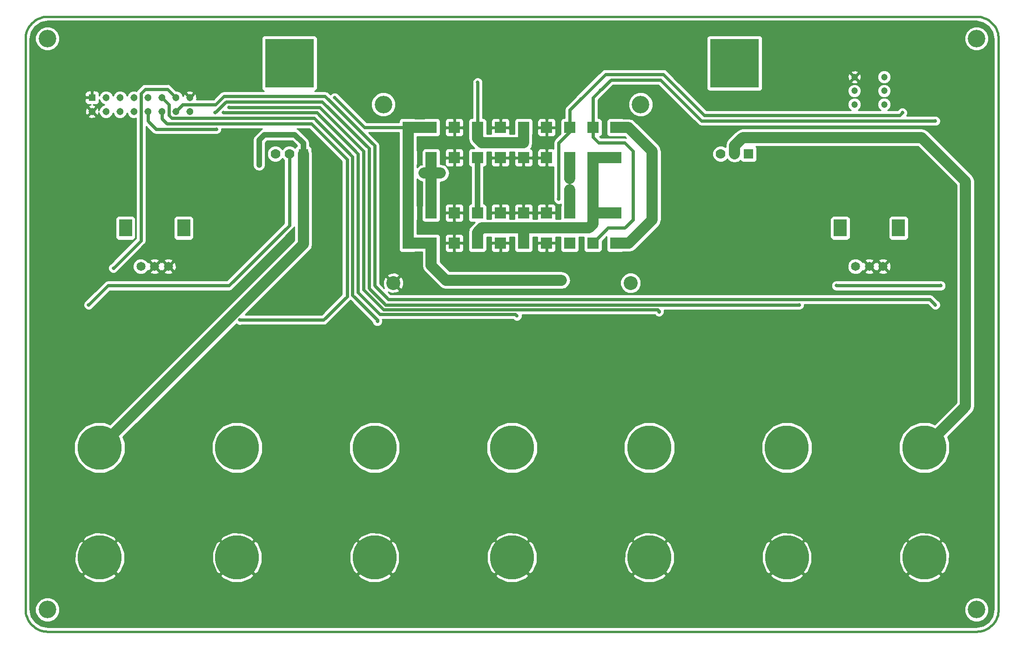
<source format=gbl>
G04 (created by PCBNEW-RS274X (2012-01-19 BZR 3256)-stable) date 9/12/2012 8:11:32 PM*
G01*
G70*
G90*
%MOIN*%
G04 Gerber Fmt 3.4, Leading zero omitted, Abs format*
%FSLAX34Y34*%
G04 APERTURE LIST*
%ADD10C,0.006000*%
%ADD11C,0.015000*%
%ADD12C,0.065000*%
%ADD13R,0.094500X0.124000*%
%ADD14C,0.100000*%
%ADD15C,0.047200*%
%ADD16R,0.070000X0.070000*%
%ADD17C,0.070000*%
%ADD18R,0.350000X0.350000*%
%ADD19R,0.083700X0.083700*%
%ADD20C,0.315000*%
%ADD21C,0.051400*%
%ADD22R,0.051400X0.051400*%
%ADD23C,0.126000*%
%ADD24C,0.025000*%
%ADD25C,0.037500*%
%ADD26C,0.080000*%
%ADD27C,0.024000*%
%ADD28C,0.008000*%
%ADD29C,0.040000*%
%ADD30C,0.010000*%
G04 APERTURE END LIST*
G54D10*
G54D11*
X90945Y-21850D02*
X90945Y-62795D01*
X22834Y-20276D02*
X89370Y-20276D01*
X21259Y-62795D02*
X21259Y-21850D01*
X89370Y-64370D02*
X22834Y-64370D01*
X21260Y-62795D02*
X21266Y-62932D01*
X21284Y-63068D01*
X21314Y-63202D01*
X21355Y-63333D01*
X21408Y-63460D01*
X21472Y-63582D01*
X21545Y-63698D01*
X21629Y-63807D01*
X21722Y-63908D01*
X21823Y-64001D01*
X21932Y-64085D01*
X22048Y-64158D01*
X22170Y-64222D01*
X22297Y-64275D01*
X22428Y-64316D01*
X22562Y-64346D01*
X22698Y-64364D01*
X22835Y-64370D01*
X22834Y-20275D02*
X22697Y-20281D01*
X22561Y-20299D01*
X22427Y-20329D01*
X22296Y-20370D01*
X22169Y-20423D01*
X22047Y-20487D01*
X21931Y-20560D01*
X21822Y-20644D01*
X21721Y-20737D01*
X21628Y-20838D01*
X21544Y-20947D01*
X21471Y-21063D01*
X21407Y-21185D01*
X21354Y-21312D01*
X21313Y-21443D01*
X21283Y-21577D01*
X21265Y-21713D01*
X21259Y-21850D01*
X90944Y-21850D02*
X90938Y-21713D01*
X90920Y-21577D01*
X90890Y-21443D01*
X90849Y-21312D01*
X90796Y-21185D01*
X90732Y-21063D01*
X90659Y-20947D01*
X90575Y-20838D01*
X90482Y-20737D01*
X90381Y-20644D01*
X90272Y-20560D01*
X90156Y-20487D01*
X90034Y-20423D01*
X89907Y-20370D01*
X89776Y-20329D01*
X89642Y-20299D01*
X89506Y-20281D01*
X89369Y-20275D01*
X89369Y-64370D02*
X89506Y-64364D01*
X89642Y-64346D01*
X89776Y-64316D01*
X89907Y-64275D01*
X90034Y-64222D01*
X90156Y-64158D01*
X90272Y-64085D01*
X90381Y-64001D01*
X90482Y-63908D01*
X90575Y-63807D01*
X90659Y-63698D01*
X90732Y-63582D01*
X90796Y-63460D01*
X90849Y-63333D01*
X90890Y-63202D01*
X90920Y-63068D01*
X90938Y-62932D01*
X90944Y-62795D01*
G54D12*
X29527Y-38189D03*
X30511Y-38189D03*
X31495Y-38189D03*
G54D13*
X28424Y-35433D03*
X32598Y-35433D03*
G54D14*
X64602Y-39370D03*
X47602Y-39370D03*
G54D15*
X80630Y-26575D03*
X80630Y-25591D03*
X80630Y-24607D03*
X82756Y-24607D03*
X82756Y-25591D03*
X82756Y-26575D03*
G54D16*
X73046Y-30118D03*
G54D17*
X71046Y-30118D03*
X72046Y-30118D03*
G54D18*
X72046Y-23618D03*
G54D12*
X80708Y-38189D03*
X81692Y-38189D03*
X82676Y-38189D03*
G54D13*
X79605Y-35433D03*
X83779Y-35433D03*
G54D16*
X41157Y-30118D03*
G54D17*
X39157Y-30118D03*
X40157Y-30118D03*
G54D18*
X40157Y-23618D03*
G54D19*
X48661Y-36516D03*
X48661Y-34350D03*
X50315Y-36516D03*
X50315Y-34350D03*
X51968Y-36516D03*
X51968Y-34350D03*
X53622Y-36516D03*
X53622Y-34350D03*
X55275Y-36516D03*
X55275Y-34350D03*
X56929Y-36516D03*
X56929Y-34350D03*
X58582Y-36516D03*
X58582Y-34350D03*
X60236Y-36516D03*
X60236Y-34350D03*
X61889Y-36516D03*
X61889Y-34350D03*
X63543Y-36516D03*
X63543Y-34350D03*
G54D20*
X75787Y-51181D03*
X65944Y-51181D03*
X56104Y-51181D03*
X46261Y-51181D03*
X36419Y-51181D03*
X36418Y-59055D03*
X46261Y-59055D03*
X56104Y-59055D03*
X65946Y-59055D03*
X75789Y-59055D03*
X85629Y-51181D03*
X26574Y-51181D03*
X85631Y-59055D03*
X26576Y-59055D03*
G54D21*
X26027Y-27075D03*
X27027Y-26075D03*
X27027Y-27075D03*
X28027Y-26075D03*
X28027Y-27075D03*
X29027Y-26075D03*
X29027Y-27075D03*
X30027Y-26075D03*
X30027Y-27075D03*
X31027Y-26075D03*
X31027Y-27075D03*
X32027Y-26075D03*
X32027Y-27075D03*
X33027Y-26075D03*
X33027Y-27075D03*
G54D22*
X26027Y-26075D03*
G54D23*
X22834Y-62795D03*
X89370Y-62795D03*
X89370Y-21850D03*
X22834Y-21850D03*
G54D19*
X48665Y-28229D03*
X48665Y-30394D03*
X50319Y-28229D03*
X50319Y-30394D03*
X51972Y-28229D03*
X51972Y-30394D03*
X53626Y-28229D03*
X53626Y-30394D03*
X55279Y-28229D03*
X55279Y-30394D03*
X56933Y-28229D03*
X56933Y-30394D03*
X58586Y-28229D03*
X58586Y-30394D03*
X60240Y-28229D03*
X60240Y-30394D03*
X61893Y-28229D03*
X61893Y-30394D03*
X63547Y-28229D03*
X63545Y-30394D03*
G54D23*
X65318Y-26575D03*
X46893Y-26575D03*
G54D24*
X79330Y-39567D03*
X86810Y-39567D03*
G54D25*
X66141Y-31102D03*
X66141Y-32087D03*
X66141Y-33071D03*
X57676Y-39173D03*
G54D24*
X43405Y-26083D03*
G54D25*
X58759Y-39173D03*
X59645Y-39173D03*
G54D24*
X53641Y-25000D03*
G54D25*
X50294Y-31496D03*
X49802Y-31496D03*
X50984Y-31496D03*
G54D24*
X25787Y-40946D03*
G54D25*
X60235Y-31890D03*
X60240Y-32677D03*
G54D24*
X62440Y-25551D03*
X86417Y-27756D03*
X39369Y-39764D03*
X37007Y-39468D03*
X40157Y-39764D03*
X67224Y-27362D03*
X42420Y-41437D03*
X68700Y-32874D03*
X63779Y-41831D03*
X53838Y-42421D03*
X41141Y-38090D03*
X66535Y-40059D03*
X22637Y-40453D03*
X25196Y-39764D03*
X83464Y-40059D03*
X43602Y-40157D03*
X43405Y-42224D03*
X83365Y-41240D03*
X41731Y-38090D03*
X38090Y-38287D03*
X74409Y-39764D03*
X42224Y-34252D03*
X86318Y-40059D03*
X76377Y-39961D03*
X87401Y-21063D03*
X73621Y-41732D03*
X68503Y-32185D03*
X70570Y-33169D03*
X75885Y-32874D03*
X56790Y-39961D03*
X86416Y-23425D03*
X42420Y-32382D03*
X89861Y-43602D03*
X87401Y-63583D03*
X22046Y-60827D03*
X24802Y-63583D03*
X67224Y-26575D03*
X43798Y-32382D03*
X63779Y-40059D03*
X85039Y-30709D03*
X87105Y-32382D03*
X87696Y-29429D03*
X89566Y-31201D03*
X90157Y-23819D03*
X89861Y-44291D03*
X90157Y-60827D03*
X52361Y-23130D03*
X35826Y-40157D03*
X62794Y-23524D03*
X85039Y-23425D03*
X65944Y-23425D03*
X34251Y-41142D03*
X25885Y-39764D03*
X38877Y-34252D03*
X55413Y-39961D03*
X22637Y-39764D03*
X22046Y-23819D03*
X24802Y-21063D03*
X38582Y-32382D03*
X49999Y-26083D03*
X53149Y-23917D03*
X51476Y-26083D03*
X61023Y-26181D03*
X84055Y-27165D03*
X59448Y-33366D03*
X76672Y-40945D03*
X34842Y-27165D03*
X35432Y-27165D03*
X34940Y-28346D03*
X56452Y-41732D03*
X66633Y-41437D03*
X35826Y-26772D03*
X86416Y-40945D03*
X36614Y-42027D03*
X46456Y-42126D03*
X27558Y-38307D03*
X37991Y-30905D03*
G54D26*
X66141Y-31102D02*
X66141Y-32087D01*
X66141Y-32677D02*
X66141Y-29921D01*
X66141Y-32087D02*
X66141Y-34843D01*
X63543Y-36516D02*
X64468Y-36516D01*
X66141Y-29921D02*
X66141Y-32087D01*
X64468Y-36516D02*
X66141Y-34843D01*
X64449Y-28229D02*
X66141Y-29921D01*
X66141Y-33071D02*
X66141Y-32677D01*
X66141Y-32579D02*
X66141Y-33071D01*
X63547Y-28229D02*
X64449Y-28229D01*
G54D27*
X86810Y-39567D02*
X79330Y-39567D01*
G54D26*
X66141Y-34843D02*
X66141Y-32677D01*
X48665Y-34346D02*
X48661Y-34350D01*
G54D27*
X43405Y-26083D02*
X45551Y-28229D01*
X45551Y-28229D02*
X45650Y-28229D01*
G54D26*
X50315Y-38111D02*
X51377Y-39173D01*
X48665Y-28229D02*
X48665Y-30394D01*
X50319Y-28229D02*
X48665Y-28229D01*
X51377Y-39173D02*
X58071Y-39173D01*
X50315Y-36516D02*
X50315Y-38111D01*
X50315Y-36516D02*
X48661Y-36516D01*
G54D27*
X45650Y-28229D02*
X48665Y-28229D01*
G54D26*
X58759Y-39173D02*
X57676Y-39173D01*
X48665Y-34346D02*
X48661Y-34350D01*
X48661Y-36516D02*
X48661Y-34350D01*
X48665Y-30394D02*
X48665Y-34346D01*
X58071Y-39173D02*
X59645Y-39173D01*
X61614Y-35433D02*
X61889Y-35158D01*
G54D27*
X53641Y-25000D02*
X53626Y-25015D01*
G54D26*
X57086Y-35433D02*
X61614Y-35433D01*
X56929Y-36516D02*
X56929Y-35433D01*
G54D27*
X53626Y-28229D02*
X53626Y-25015D01*
G54D26*
X56929Y-35433D02*
X57086Y-35433D01*
X53626Y-28229D02*
X53626Y-29020D01*
X56933Y-29331D02*
X56889Y-29331D01*
X61893Y-34346D02*
X61889Y-34350D01*
X53622Y-35748D02*
X53937Y-35433D01*
X61893Y-30394D02*
X61893Y-34346D01*
X63545Y-30394D02*
X61893Y-30394D01*
X53622Y-36516D02*
X53622Y-35748D01*
X56933Y-28229D02*
X56933Y-29331D01*
X53937Y-35433D02*
X57086Y-35433D01*
X53626Y-29020D02*
X53937Y-29331D01*
X53937Y-29331D02*
X56889Y-29331D01*
X61889Y-35158D02*
X61889Y-34350D01*
X63543Y-34350D02*
X61889Y-34350D01*
X50319Y-30394D02*
X50295Y-31496D01*
X50319Y-34346D02*
X50315Y-34350D01*
X49802Y-31496D02*
X50294Y-31496D01*
X50315Y-31496D02*
X50315Y-30398D01*
X50319Y-34346D02*
X50315Y-34350D01*
X50294Y-31496D02*
X50315Y-31496D01*
X50315Y-30398D02*
X50319Y-30394D01*
X50315Y-34350D02*
X50315Y-31496D01*
X50295Y-31496D02*
X50984Y-31496D01*
G54D27*
X27166Y-39567D02*
X35826Y-39567D01*
X35826Y-39567D02*
X40157Y-35236D01*
X27166Y-39567D02*
X25787Y-40946D01*
X40157Y-30118D02*
X40157Y-35236D01*
G54D26*
X60240Y-31299D02*
X60240Y-31890D01*
X60235Y-31890D02*
X60240Y-31890D01*
X60240Y-34346D02*
X60236Y-34350D01*
X60240Y-30394D02*
X60240Y-31299D01*
X60240Y-32677D02*
X60240Y-34346D01*
G54D27*
X64173Y-35433D02*
X62972Y-35433D01*
X64763Y-29921D02*
X64763Y-34843D01*
X62441Y-25552D02*
X62441Y-25551D01*
X69685Y-27756D02*
X85039Y-27756D01*
X63189Y-24803D02*
X66732Y-24803D01*
X61893Y-28921D02*
X62303Y-29331D01*
X61893Y-28229D02*
X61893Y-28921D01*
X66732Y-24803D02*
X69685Y-27756D01*
X62972Y-35433D02*
X61889Y-36516D01*
X62303Y-29331D02*
X64173Y-29331D01*
X62440Y-25551D02*
X62441Y-25552D01*
X61893Y-26099D02*
X62441Y-25551D01*
X64173Y-29331D02*
X64763Y-29921D01*
X61893Y-28229D02*
X61893Y-26181D01*
X61893Y-26181D02*
X61893Y-26099D01*
X64763Y-34843D02*
X64173Y-35433D01*
X85039Y-27756D02*
X86417Y-27756D01*
X62441Y-25551D02*
X63189Y-24803D01*
G54D28*
X38582Y-33957D02*
X38582Y-32382D01*
X38877Y-34252D02*
X38582Y-33957D01*
X53149Y-23917D02*
X51476Y-25590D01*
X51476Y-25590D02*
X51476Y-26083D01*
G54D27*
X83858Y-27362D02*
X84055Y-27165D01*
X69882Y-27362D02*
X83858Y-27362D01*
X59448Y-29331D02*
X59448Y-32283D01*
X60240Y-28229D02*
X60240Y-28539D01*
X60240Y-28539D02*
X59448Y-29331D01*
X60240Y-26964D02*
X61023Y-26181D01*
X67520Y-25000D02*
X66929Y-24409D01*
X60240Y-26964D02*
X60240Y-28229D01*
X61023Y-26181D02*
X62795Y-24409D01*
X69685Y-27165D02*
X69882Y-27362D01*
X67520Y-25000D02*
X69685Y-27165D01*
X59448Y-33366D02*
X59448Y-32283D01*
X62795Y-24409D02*
X66929Y-24409D01*
G54D29*
X53626Y-30394D02*
X53626Y-34346D01*
X53626Y-34346D02*
X53622Y-34350D01*
G54D27*
X42519Y-26378D02*
X36613Y-26378D01*
X36613Y-26378D02*
X36220Y-26378D01*
X36220Y-26378D02*
X36219Y-26378D01*
X45865Y-29724D02*
X42617Y-26476D01*
X48129Y-40945D02*
X47047Y-40945D01*
X47047Y-40945D02*
X45865Y-39763D01*
X76672Y-40945D02*
X69586Y-40945D01*
X57283Y-40945D02*
X48129Y-40945D01*
X69586Y-40945D02*
X61712Y-40945D01*
X42617Y-26476D02*
X42519Y-26378D01*
X35629Y-26378D02*
X34842Y-27165D01*
X36220Y-26378D02*
X35629Y-26378D01*
X45865Y-39763D02*
X45865Y-29724D01*
X61712Y-40945D02*
X57283Y-40945D01*
X45078Y-30118D02*
X42125Y-27165D01*
X46648Y-41629D02*
X45078Y-40059D01*
X36712Y-27165D02*
X35432Y-27165D01*
X34940Y-28346D02*
X30609Y-28346D01*
X56349Y-41629D02*
X56452Y-41732D01*
X30027Y-27075D02*
X30027Y-27764D01*
X42125Y-27165D02*
X36712Y-27165D01*
X56349Y-41629D02*
X48720Y-41629D01*
X45078Y-40059D02*
X45078Y-30118D01*
X30027Y-27764D02*
X30609Y-28346D01*
X48720Y-41629D02*
X46648Y-41629D01*
X36416Y-26772D02*
X35826Y-26772D01*
X36613Y-26772D02*
X36416Y-26772D01*
X66633Y-41437D02*
X66633Y-41385D01*
X46897Y-41287D02*
X45472Y-39862D01*
X45472Y-39862D02*
X45472Y-29922D01*
X66535Y-41287D02*
X46897Y-41287D01*
X45472Y-29922D02*
X42322Y-26772D01*
X42322Y-26772D02*
X36613Y-26772D01*
X66633Y-41385D02*
X66535Y-41287D01*
X86022Y-40551D02*
X86416Y-40945D01*
X47244Y-40551D02*
X46259Y-39566D01*
X34882Y-26575D02*
X35374Y-26083D01*
X50590Y-40551D02*
X86022Y-40551D01*
X37008Y-25984D02*
X36416Y-25984D01*
X50590Y-40551D02*
X47244Y-40551D01*
X46259Y-29527D02*
X42716Y-25984D01*
X35473Y-25984D02*
X35374Y-26083D01*
X32519Y-26575D02*
X34882Y-26575D01*
X36416Y-25984D02*
X35473Y-25984D01*
X32519Y-26575D02*
X32519Y-26583D01*
X42716Y-25984D02*
X37008Y-25984D01*
X46259Y-39566D02*
X46259Y-29527D01*
X32519Y-26583D02*
X32027Y-27075D01*
X44290Y-40354D02*
X44290Y-30511D01*
X36810Y-27953D02*
X41732Y-27953D01*
X37991Y-42027D02*
X36614Y-42027D01*
X31027Y-27583D02*
X31082Y-27638D01*
X42617Y-42027D02*
X44290Y-40354D01*
X42519Y-42027D02*
X42617Y-42027D01*
X31027Y-27075D02*
X31027Y-27583D01*
X44290Y-30511D02*
X41732Y-27953D01*
X37991Y-42027D02*
X42519Y-42027D01*
X31027Y-27583D02*
X31082Y-27638D01*
X36810Y-27953D02*
X31397Y-27953D01*
X31082Y-27638D02*
X31397Y-27953D01*
X46456Y-42126D02*
X46456Y-42028D01*
X31535Y-27363D02*
X31731Y-27559D01*
X31535Y-26575D02*
X31535Y-27363D01*
X36712Y-27559D02*
X31731Y-27559D01*
X44684Y-30315D02*
X41928Y-27559D01*
X31027Y-26075D02*
X31035Y-26075D01*
X46456Y-42028D02*
X44684Y-40256D01*
X44684Y-40256D02*
X44684Y-30315D01*
X31035Y-26075D02*
X31535Y-26575D01*
X41928Y-27559D02*
X36712Y-27559D01*
X29527Y-25787D02*
X29527Y-36338D01*
X31416Y-25472D02*
X29842Y-25472D01*
X29842Y-25472D02*
X29527Y-25787D01*
X31416Y-25472D02*
X31424Y-25472D01*
X31424Y-25472D02*
X32027Y-26075D01*
X29527Y-36338D02*
X27558Y-38307D01*
G54D26*
X88582Y-32087D02*
X85432Y-28937D01*
X85432Y-28937D02*
X72637Y-28937D01*
X88582Y-48228D02*
X88582Y-32087D01*
X72046Y-30118D02*
X72046Y-29528D01*
X72046Y-29528D02*
X72637Y-28937D01*
X85629Y-51181D02*
X88582Y-48228D01*
G54D29*
X41157Y-29347D02*
X40550Y-28740D01*
X41157Y-30118D02*
X41157Y-29347D01*
X40550Y-28740D02*
X38385Y-28740D01*
X37991Y-29134D02*
X37991Y-30905D01*
X38385Y-28740D02*
X37991Y-29134D01*
G54D26*
X41157Y-30118D02*
X41157Y-36598D01*
X41157Y-36598D02*
X26574Y-51181D01*
G54D10*
G36*
X33098Y-27075D02*
X33027Y-27146D01*
X32956Y-27075D01*
X33027Y-27004D01*
X33098Y-27075D01*
X33098Y-27075D01*
G37*
G54D30*
X33098Y-27075D02*
X33027Y-27146D01*
X32956Y-27075D01*
X33027Y-27004D01*
X33098Y-27075D01*
G54D10*
G36*
X43920Y-40200D02*
X42463Y-41657D01*
X37991Y-41657D01*
X37017Y-41657D01*
X41613Y-37060D01*
X41616Y-37058D01*
X41617Y-37058D01*
X41758Y-36847D01*
X41807Y-36598D01*
X41807Y-30118D01*
X41758Y-29869D01*
X41756Y-29866D01*
X41756Y-29719D01*
X41718Y-29627D01*
X41648Y-29557D01*
X41607Y-29539D01*
X41607Y-29347D01*
X41573Y-29175D01*
X41572Y-29174D01*
X41540Y-29126D01*
X41475Y-29029D01*
X41475Y-29028D01*
X40868Y-28422D01*
X40723Y-28324D01*
X40717Y-28323D01*
X41578Y-28323D01*
X43920Y-30664D01*
X43920Y-40200D01*
X43920Y-40200D01*
G37*
G54D30*
X43920Y-40200D02*
X42463Y-41657D01*
X37991Y-41657D01*
X37017Y-41657D01*
X41613Y-37060D01*
X41616Y-37058D01*
X41617Y-37058D01*
X41758Y-36847D01*
X41807Y-36598D01*
X41807Y-30118D01*
X41758Y-29869D01*
X41756Y-29866D01*
X41756Y-29719D01*
X41718Y-29627D01*
X41648Y-29557D01*
X41607Y-29539D01*
X41607Y-29347D01*
X41573Y-29175D01*
X41572Y-29174D01*
X41540Y-29126D01*
X41475Y-29029D01*
X41475Y-29028D01*
X40868Y-28422D01*
X40723Y-28324D01*
X40717Y-28323D01*
X41578Y-28323D01*
X43920Y-30664D01*
X43920Y-40200D01*
G54D10*
G36*
X90620Y-62761D02*
X90517Y-63271D01*
X90250Y-63672D01*
X90250Y-62971D01*
X90250Y-62621D01*
X90250Y-22026D01*
X90250Y-21676D01*
X90116Y-21352D01*
X89869Y-21105D01*
X89546Y-20970D01*
X89196Y-20970D01*
X88872Y-21104D01*
X88625Y-21351D01*
X88490Y-21674D01*
X88490Y-22024D01*
X88624Y-22348D01*
X88871Y-22595D01*
X89194Y-22730D01*
X89544Y-22730D01*
X89868Y-22596D01*
X90115Y-22349D01*
X90250Y-22026D01*
X90250Y-62621D01*
X90116Y-62297D01*
X89869Y-62050D01*
X89546Y-61915D01*
X89232Y-61915D01*
X89232Y-48228D01*
X89232Y-32087D01*
X89231Y-32086D01*
X89232Y-32086D01*
X89223Y-32045D01*
X89183Y-31838D01*
X89042Y-31627D01*
X89038Y-31624D01*
X86792Y-29377D01*
X86792Y-27831D01*
X86792Y-27682D01*
X86735Y-27544D01*
X86630Y-27439D01*
X86492Y-27381D01*
X86343Y-27381D01*
X86330Y-27386D01*
X85039Y-27386D01*
X84364Y-27386D01*
X84372Y-27378D01*
X84430Y-27240D01*
X84430Y-27091D01*
X84373Y-26953D01*
X84268Y-26848D01*
X84130Y-26790D01*
X83981Y-26790D01*
X83843Y-26847D01*
X83738Y-26952D01*
X83733Y-26963D01*
X83704Y-26992D01*
X83018Y-26992D01*
X83031Y-26987D01*
X83168Y-26851D01*
X83242Y-26672D01*
X83242Y-26479D01*
X83242Y-25688D01*
X83242Y-25495D01*
X83242Y-24704D01*
X83242Y-24511D01*
X83168Y-24332D01*
X83032Y-24195D01*
X82853Y-24121D01*
X82660Y-24121D01*
X82481Y-24195D01*
X82344Y-24331D01*
X82270Y-24510D01*
X82270Y-24703D01*
X82344Y-24882D01*
X82480Y-25019D01*
X82659Y-25093D01*
X82852Y-25093D01*
X83031Y-25019D01*
X83168Y-24883D01*
X83242Y-24704D01*
X83242Y-25495D01*
X83168Y-25316D01*
X83032Y-25179D01*
X82853Y-25105D01*
X82660Y-25105D01*
X82481Y-25179D01*
X82344Y-25315D01*
X82270Y-25494D01*
X82270Y-25687D01*
X82344Y-25866D01*
X82480Y-26003D01*
X82659Y-26077D01*
X82852Y-26077D01*
X83031Y-26003D01*
X83168Y-25867D01*
X83242Y-25688D01*
X83242Y-26479D01*
X83168Y-26300D01*
X83032Y-26163D01*
X82853Y-26089D01*
X82660Y-26089D01*
X82481Y-26163D01*
X82344Y-26299D01*
X82270Y-26478D01*
X82270Y-26671D01*
X82344Y-26850D01*
X82480Y-26987D01*
X82492Y-26992D01*
X80892Y-26992D01*
X80905Y-26987D01*
X81042Y-26851D01*
X81116Y-26672D01*
X81116Y-26479D01*
X81116Y-25688D01*
X81116Y-25495D01*
X81111Y-25482D01*
X81111Y-24671D01*
X81099Y-24482D01*
X81050Y-24364D01*
X80963Y-24345D01*
X80892Y-24416D01*
X80892Y-24274D01*
X80873Y-24187D01*
X80694Y-24126D01*
X80505Y-24138D01*
X80387Y-24187D01*
X80368Y-24274D01*
X80630Y-24536D01*
X80892Y-24274D01*
X80892Y-24416D01*
X80701Y-24607D01*
X80963Y-24869D01*
X81050Y-24850D01*
X81111Y-24671D01*
X81111Y-25482D01*
X81042Y-25316D01*
X80906Y-25179D01*
X80892Y-25173D01*
X80892Y-24940D01*
X80630Y-24678D01*
X80559Y-24749D01*
X80559Y-24607D01*
X80297Y-24345D01*
X80210Y-24364D01*
X80149Y-24543D01*
X80161Y-24732D01*
X80210Y-24850D01*
X80297Y-24869D01*
X80559Y-24607D01*
X80559Y-24749D01*
X80368Y-24940D01*
X80387Y-25027D01*
X80566Y-25088D01*
X80755Y-25076D01*
X80873Y-25027D01*
X80892Y-24940D01*
X80892Y-25173D01*
X80727Y-25105D01*
X80534Y-25105D01*
X80355Y-25179D01*
X80218Y-25315D01*
X80144Y-25494D01*
X80144Y-25687D01*
X80218Y-25866D01*
X80354Y-26003D01*
X80533Y-26077D01*
X80726Y-26077D01*
X80905Y-26003D01*
X81042Y-25867D01*
X81116Y-25688D01*
X81116Y-26479D01*
X81042Y-26300D01*
X80906Y-26163D01*
X80727Y-26089D01*
X80534Y-26089D01*
X80355Y-26163D01*
X80218Y-26299D01*
X80144Y-26478D01*
X80144Y-26671D01*
X80218Y-26850D01*
X80354Y-26987D01*
X80366Y-26992D01*
X74045Y-26992D01*
X74045Y-25418D01*
X74045Y-25319D01*
X74045Y-21819D01*
X74007Y-21727D01*
X73937Y-21657D01*
X73846Y-21619D01*
X73747Y-21619D01*
X70247Y-21619D01*
X70155Y-21657D01*
X70085Y-21727D01*
X70047Y-21818D01*
X70047Y-21917D01*
X70047Y-25417D01*
X70085Y-25509D01*
X70155Y-25579D01*
X70246Y-25617D01*
X70345Y-25617D01*
X73845Y-25617D01*
X73937Y-25579D01*
X74007Y-25509D01*
X74045Y-25418D01*
X74045Y-26992D01*
X70035Y-26992D01*
X69947Y-26903D01*
X69944Y-26901D01*
X67782Y-24738D01*
X67779Y-24736D01*
X67191Y-24147D01*
X67071Y-24067D01*
X67046Y-24062D01*
X66929Y-24038D01*
X66924Y-24039D01*
X62795Y-24039D01*
X62794Y-24039D01*
X62653Y-24067D01*
X62533Y-24147D01*
X62531Y-24149D01*
X60821Y-25858D01*
X60811Y-25863D01*
X60706Y-25968D01*
X60700Y-25979D01*
X59978Y-26702D01*
X59898Y-26822D01*
X59893Y-26846D01*
X59869Y-26964D01*
X59870Y-26968D01*
X59870Y-27562D01*
X59773Y-27562D01*
X59681Y-27600D01*
X59611Y-27670D01*
X59573Y-27761D01*
X59573Y-27860D01*
X59573Y-28682D01*
X59254Y-29001D01*
X59254Y-28341D01*
X59254Y-28117D01*
X59253Y-27860D01*
X59253Y-27761D01*
X59215Y-27670D01*
X59145Y-27600D01*
X59053Y-27562D01*
X58698Y-27561D01*
X58636Y-27623D01*
X58636Y-28179D01*
X59192Y-28179D01*
X59254Y-28117D01*
X59254Y-28341D01*
X59192Y-28279D01*
X58636Y-28279D01*
X58636Y-28835D01*
X58698Y-28897D01*
X59053Y-28896D01*
X59145Y-28858D01*
X59215Y-28788D01*
X59253Y-28697D01*
X59253Y-28598D01*
X59254Y-28341D01*
X59254Y-29001D01*
X59186Y-29069D01*
X59106Y-29189D01*
X59101Y-29213D01*
X59077Y-29331D01*
X59078Y-29335D01*
X59078Y-29737D01*
X59053Y-29727D01*
X58698Y-29726D01*
X58636Y-29788D01*
X58636Y-30294D01*
X58636Y-30344D01*
X58636Y-30444D01*
X58636Y-30494D01*
X58636Y-31000D01*
X58698Y-31062D01*
X59053Y-31061D01*
X59078Y-31050D01*
X59078Y-32283D01*
X59078Y-33279D01*
X59073Y-33291D01*
X59073Y-33440D01*
X59130Y-33578D01*
X59235Y-33683D01*
X59373Y-33741D01*
X59522Y-33741D01*
X59590Y-33712D01*
X59590Y-33831D01*
X59569Y-33882D01*
X59569Y-33981D01*
X59569Y-34783D01*
X59249Y-34783D01*
X59249Y-34719D01*
X59250Y-34462D01*
X59250Y-34238D01*
X59249Y-33981D01*
X59249Y-33882D01*
X59211Y-33791D01*
X59141Y-33721D01*
X59049Y-33683D01*
X58694Y-33682D01*
X58632Y-33744D01*
X58632Y-34300D01*
X59188Y-34300D01*
X59250Y-34238D01*
X59250Y-34462D01*
X59188Y-34400D01*
X58682Y-34400D01*
X58632Y-34400D01*
X58536Y-34400D01*
X58536Y-31000D01*
X58536Y-30444D01*
X58536Y-30344D01*
X58536Y-29788D01*
X58536Y-28835D01*
X58536Y-28279D01*
X58536Y-28179D01*
X58536Y-27623D01*
X58474Y-27561D01*
X58119Y-27562D01*
X58027Y-27600D01*
X57957Y-27670D01*
X57919Y-27761D01*
X57919Y-27860D01*
X57918Y-28117D01*
X57980Y-28179D01*
X58536Y-28179D01*
X58536Y-28279D01*
X57980Y-28279D01*
X57918Y-28341D01*
X57919Y-28598D01*
X57919Y-28697D01*
X57957Y-28788D01*
X58027Y-28858D01*
X58119Y-28896D01*
X58474Y-28897D01*
X58536Y-28835D01*
X58536Y-29788D01*
X58474Y-29726D01*
X58119Y-29727D01*
X58027Y-29765D01*
X57957Y-29835D01*
X57919Y-29926D01*
X57919Y-30025D01*
X57918Y-30282D01*
X57980Y-30344D01*
X58536Y-30344D01*
X58536Y-30444D01*
X57980Y-30444D01*
X57918Y-30506D01*
X57919Y-30763D01*
X57919Y-30862D01*
X57957Y-30953D01*
X58027Y-31023D01*
X58119Y-31061D01*
X58474Y-31062D01*
X58536Y-31000D01*
X58536Y-34400D01*
X58532Y-34400D01*
X58532Y-34300D01*
X58532Y-33744D01*
X58470Y-33682D01*
X58115Y-33683D01*
X58023Y-33721D01*
X57953Y-33791D01*
X57915Y-33882D01*
X57915Y-33981D01*
X57914Y-34238D01*
X57976Y-34300D01*
X58532Y-34300D01*
X58532Y-34400D01*
X58482Y-34400D01*
X57976Y-34400D01*
X57914Y-34462D01*
X57915Y-34719D01*
X57915Y-34783D01*
X57601Y-34783D01*
X57601Y-30506D01*
X57539Y-30444D01*
X56983Y-30444D01*
X56983Y-31000D01*
X57045Y-31062D01*
X57400Y-31061D01*
X57492Y-31023D01*
X57562Y-30953D01*
X57600Y-30862D01*
X57600Y-30763D01*
X57601Y-30506D01*
X57601Y-34783D01*
X57596Y-34783D01*
X57596Y-34719D01*
X57597Y-34462D01*
X57597Y-34238D01*
X57596Y-33981D01*
X57596Y-33882D01*
X57558Y-33791D01*
X57488Y-33721D01*
X57396Y-33683D01*
X57041Y-33682D01*
X56979Y-33744D01*
X56979Y-34300D01*
X57535Y-34300D01*
X57597Y-34238D01*
X57597Y-34462D01*
X57535Y-34400D01*
X57029Y-34400D01*
X56979Y-34400D01*
X56883Y-34400D01*
X56883Y-31000D01*
X56883Y-30444D01*
X56327Y-30444D01*
X56265Y-30506D01*
X56266Y-30763D01*
X56266Y-30862D01*
X56304Y-30953D01*
X56374Y-31023D01*
X56466Y-31061D01*
X56821Y-31062D01*
X56883Y-31000D01*
X56883Y-34400D01*
X56879Y-34400D01*
X56879Y-34300D01*
X56879Y-33744D01*
X56817Y-33682D01*
X56462Y-33683D01*
X56370Y-33721D01*
X56300Y-33791D01*
X56262Y-33882D01*
X56262Y-33981D01*
X56261Y-34238D01*
X56323Y-34300D01*
X56879Y-34300D01*
X56879Y-34400D01*
X56829Y-34400D01*
X56323Y-34400D01*
X56261Y-34462D01*
X56262Y-34719D01*
X56262Y-34783D01*
X55947Y-34783D01*
X55947Y-30506D01*
X55885Y-30444D01*
X55329Y-30444D01*
X55329Y-31000D01*
X55391Y-31062D01*
X55746Y-31061D01*
X55838Y-31023D01*
X55908Y-30953D01*
X55946Y-30862D01*
X55946Y-30763D01*
X55947Y-30506D01*
X55947Y-34783D01*
X55942Y-34783D01*
X55942Y-34719D01*
X55943Y-34462D01*
X55943Y-34238D01*
X55942Y-33981D01*
X55942Y-33882D01*
X55904Y-33791D01*
X55834Y-33721D01*
X55742Y-33683D01*
X55387Y-33682D01*
X55325Y-33744D01*
X55325Y-34300D01*
X55881Y-34300D01*
X55943Y-34238D01*
X55943Y-34462D01*
X55881Y-34400D01*
X55375Y-34400D01*
X55325Y-34400D01*
X55229Y-34400D01*
X55229Y-31000D01*
X55229Y-30444D01*
X54673Y-30444D01*
X54611Y-30506D01*
X54612Y-30763D01*
X54612Y-30862D01*
X54650Y-30953D01*
X54720Y-31023D01*
X54812Y-31061D01*
X55167Y-31062D01*
X55229Y-31000D01*
X55229Y-34400D01*
X55225Y-34400D01*
X55225Y-34300D01*
X55225Y-33744D01*
X55163Y-33682D01*
X54808Y-33683D01*
X54716Y-33721D01*
X54646Y-33791D01*
X54608Y-33882D01*
X54608Y-33981D01*
X54607Y-34238D01*
X54669Y-34300D01*
X55225Y-34300D01*
X55225Y-34400D01*
X55175Y-34400D01*
X54669Y-34400D01*
X54607Y-34462D01*
X54608Y-34719D01*
X54608Y-34783D01*
X54289Y-34783D01*
X54289Y-34719D01*
X54289Y-33883D01*
X54251Y-33791D01*
X54181Y-33721D01*
X54090Y-33683D01*
X54076Y-33683D01*
X54076Y-31061D01*
X54093Y-31061D01*
X54185Y-31023D01*
X54255Y-30953D01*
X54293Y-30862D01*
X54293Y-30763D01*
X54293Y-29981D01*
X54612Y-29981D01*
X54612Y-30025D01*
X54611Y-30282D01*
X54673Y-30344D01*
X55179Y-30344D01*
X55229Y-30344D01*
X55329Y-30344D01*
X55379Y-30344D01*
X55885Y-30344D01*
X55947Y-30282D01*
X55946Y-30025D01*
X55946Y-29981D01*
X56266Y-29981D01*
X56266Y-30025D01*
X56265Y-30282D01*
X56327Y-30344D01*
X56833Y-30344D01*
X56883Y-30344D01*
X56983Y-30344D01*
X57033Y-30344D01*
X57539Y-30344D01*
X57601Y-30282D01*
X57600Y-30025D01*
X57600Y-29926D01*
X57562Y-29835D01*
X57492Y-29765D01*
X57428Y-29738D01*
X57534Y-29580D01*
X57583Y-29331D01*
X57583Y-28737D01*
X57600Y-28697D01*
X57600Y-28598D01*
X57600Y-27762D01*
X57562Y-27670D01*
X57492Y-27600D01*
X57401Y-27562D01*
X57302Y-27562D01*
X56466Y-27562D01*
X56374Y-27600D01*
X56304Y-27670D01*
X56266Y-27761D01*
X56266Y-27860D01*
X56266Y-28681D01*
X55946Y-28681D01*
X55946Y-28598D01*
X55947Y-28341D01*
X55947Y-28117D01*
X55946Y-27860D01*
X55946Y-27761D01*
X55908Y-27670D01*
X55838Y-27600D01*
X55746Y-27562D01*
X55391Y-27561D01*
X55329Y-27623D01*
X55329Y-28179D01*
X55885Y-28179D01*
X55947Y-28117D01*
X55947Y-28341D01*
X55885Y-28279D01*
X55379Y-28279D01*
X55329Y-28279D01*
X55229Y-28279D01*
X55229Y-28179D01*
X55229Y-27623D01*
X55167Y-27561D01*
X54812Y-27562D01*
X54720Y-27600D01*
X54650Y-27670D01*
X54612Y-27761D01*
X54612Y-27860D01*
X54611Y-28117D01*
X54673Y-28179D01*
X55229Y-28179D01*
X55229Y-28279D01*
X55179Y-28279D01*
X54673Y-28279D01*
X54611Y-28341D01*
X54612Y-28598D01*
X54612Y-28681D01*
X54293Y-28681D01*
X54293Y-28598D01*
X54293Y-27762D01*
X54255Y-27670D01*
X54185Y-27600D01*
X54094Y-27562D01*
X53996Y-27562D01*
X53996Y-25122D01*
X54016Y-25075D01*
X54016Y-24926D01*
X53959Y-24788D01*
X53854Y-24683D01*
X53716Y-24625D01*
X53567Y-24625D01*
X53429Y-24682D01*
X53324Y-24787D01*
X53294Y-24857D01*
X53293Y-24859D01*
X53284Y-24873D01*
X53280Y-24890D01*
X53266Y-24925D01*
X53266Y-24961D01*
X53255Y-25015D01*
X53256Y-25019D01*
X53256Y-27562D01*
X53159Y-27562D01*
X53067Y-27600D01*
X52997Y-27670D01*
X52959Y-27761D01*
X52959Y-27860D01*
X52959Y-28696D01*
X52976Y-28737D01*
X52976Y-29015D01*
X52975Y-29020D01*
X53025Y-29269D01*
X53166Y-29480D01*
X53413Y-29727D01*
X53159Y-29727D01*
X53067Y-29765D01*
X52997Y-29835D01*
X52959Y-29926D01*
X52959Y-30025D01*
X52959Y-30861D01*
X52997Y-30953D01*
X53067Y-31023D01*
X53158Y-31061D01*
X53176Y-31061D01*
X53176Y-33683D01*
X53155Y-33683D01*
X53063Y-33721D01*
X52993Y-33791D01*
X52955Y-33882D01*
X52955Y-33981D01*
X52955Y-34817D01*
X52993Y-34909D01*
X53063Y-34979D01*
X53154Y-35017D01*
X53253Y-35017D01*
X53433Y-35017D01*
X53162Y-35288D01*
X53021Y-35499D01*
X52971Y-35748D01*
X52972Y-35752D01*
X52972Y-36007D01*
X52955Y-36048D01*
X52955Y-36147D01*
X52955Y-36983D01*
X52993Y-37075D01*
X53063Y-37145D01*
X53154Y-37183D01*
X53253Y-37183D01*
X54089Y-37183D01*
X54181Y-37145D01*
X54251Y-37075D01*
X54289Y-36984D01*
X54289Y-36885D01*
X54289Y-36083D01*
X54608Y-36083D01*
X54608Y-36147D01*
X54607Y-36404D01*
X54669Y-36466D01*
X55175Y-36466D01*
X55225Y-36466D01*
X55325Y-36466D01*
X55375Y-36466D01*
X55881Y-36466D01*
X55943Y-36404D01*
X55942Y-36147D01*
X55942Y-36083D01*
X56262Y-36083D01*
X56262Y-36147D01*
X56262Y-36983D01*
X56300Y-37075D01*
X56370Y-37145D01*
X56461Y-37183D01*
X56560Y-37183D01*
X57396Y-37183D01*
X57488Y-37145D01*
X57558Y-37075D01*
X57596Y-36984D01*
X57596Y-36885D01*
X57596Y-36083D01*
X57915Y-36083D01*
X57915Y-36147D01*
X57914Y-36404D01*
X57976Y-36466D01*
X58482Y-36466D01*
X58532Y-36466D01*
X58632Y-36466D01*
X58682Y-36466D01*
X59188Y-36466D01*
X59250Y-36404D01*
X59249Y-36147D01*
X59249Y-36083D01*
X59569Y-36083D01*
X59569Y-36147D01*
X59569Y-36983D01*
X59607Y-37075D01*
X59677Y-37145D01*
X59768Y-37183D01*
X59867Y-37183D01*
X60703Y-37183D01*
X60795Y-37145D01*
X60865Y-37075D01*
X60903Y-36984D01*
X60903Y-36885D01*
X60903Y-36083D01*
X61222Y-36083D01*
X61222Y-36147D01*
X61222Y-36983D01*
X61260Y-37075D01*
X61330Y-37145D01*
X61421Y-37183D01*
X61520Y-37183D01*
X62356Y-37183D01*
X62448Y-37145D01*
X62518Y-37075D01*
X62556Y-36984D01*
X62556Y-36885D01*
X62556Y-36372D01*
X62876Y-36052D01*
X62876Y-36147D01*
X62876Y-36983D01*
X62914Y-37075D01*
X62984Y-37145D01*
X63075Y-37183D01*
X63174Y-37183D01*
X64010Y-37183D01*
X64051Y-37166D01*
X64463Y-37166D01*
X64468Y-37167D01*
X64468Y-37166D01*
X64717Y-37117D01*
X64928Y-36976D01*
X66597Y-35305D01*
X66600Y-35303D01*
X66601Y-35303D01*
X66741Y-35093D01*
X66742Y-35092D01*
X66781Y-34893D01*
X66791Y-34844D01*
X66790Y-34843D01*
X66791Y-34843D01*
X66791Y-33071D01*
X66791Y-32677D01*
X66791Y-32579D01*
X66791Y-32087D01*
X66791Y-31102D01*
X66791Y-29921D01*
X66790Y-29920D01*
X66791Y-29920D01*
X66781Y-29871D01*
X66742Y-29672D01*
X66741Y-29671D01*
X66601Y-29461D01*
X66597Y-29458D01*
X66198Y-29058D01*
X66198Y-26751D01*
X66198Y-26401D01*
X66064Y-26077D01*
X65817Y-25830D01*
X65494Y-25695D01*
X65144Y-25695D01*
X64820Y-25829D01*
X64573Y-26076D01*
X64438Y-26399D01*
X64438Y-26749D01*
X64572Y-27073D01*
X64819Y-27320D01*
X65142Y-27455D01*
X65492Y-27455D01*
X65816Y-27321D01*
X66063Y-27074D01*
X66198Y-26751D01*
X66198Y-29058D01*
X64909Y-27769D01*
X64698Y-27628D01*
X64449Y-27578D01*
X64444Y-27579D01*
X64055Y-27579D01*
X64015Y-27562D01*
X63916Y-27562D01*
X63080Y-27562D01*
X62988Y-27600D01*
X62918Y-27670D01*
X62880Y-27761D01*
X62880Y-27860D01*
X62880Y-28696D01*
X62918Y-28788D01*
X62988Y-28858D01*
X63079Y-28896D01*
X63178Y-28896D01*
X64014Y-28896D01*
X64055Y-28879D01*
X64179Y-28879D01*
X64282Y-28982D01*
X64173Y-28960D01*
X64168Y-28961D01*
X62456Y-28961D01*
X62382Y-28886D01*
X62452Y-28858D01*
X62522Y-28788D01*
X62560Y-28697D01*
X62560Y-28598D01*
X62560Y-27762D01*
X62522Y-27670D01*
X62452Y-27600D01*
X62361Y-27562D01*
X62263Y-27562D01*
X62263Y-26252D01*
X62641Y-25873D01*
X62652Y-25869D01*
X62757Y-25764D01*
X62760Y-25755D01*
X63342Y-25173D01*
X66578Y-25173D01*
X69423Y-28018D01*
X69543Y-28098D01*
X69685Y-28126D01*
X85039Y-28126D01*
X86330Y-28126D01*
X86342Y-28131D01*
X86491Y-28131D01*
X86629Y-28074D01*
X86734Y-27969D01*
X86792Y-27831D01*
X86792Y-29377D01*
X85892Y-28477D01*
X85681Y-28336D01*
X85432Y-28286D01*
X85427Y-28287D01*
X72637Y-28287D01*
X72636Y-28287D01*
X72595Y-28295D01*
X72388Y-28336D01*
X72177Y-28477D01*
X72174Y-28480D01*
X71586Y-29068D01*
X71445Y-29279D01*
X71395Y-29528D01*
X71396Y-29532D01*
X71396Y-29621D01*
X71385Y-29610D01*
X71165Y-29519D01*
X70927Y-29519D01*
X70707Y-29610D01*
X70538Y-29779D01*
X70447Y-29999D01*
X70447Y-30237D01*
X70538Y-30457D01*
X70707Y-30626D01*
X70927Y-30717D01*
X71165Y-30717D01*
X71385Y-30626D01*
X71524Y-30486D01*
X71586Y-30578D01*
X71797Y-30719D01*
X72046Y-30768D01*
X72295Y-30719D01*
X72479Y-30595D01*
X72485Y-30609D01*
X72555Y-30679D01*
X72646Y-30717D01*
X72745Y-30717D01*
X73445Y-30717D01*
X73537Y-30679D01*
X73607Y-30609D01*
X73645Y-30518D01*
X73645Y-30419D01*
X73645Y-29719D01*
X73607Y-29627D01*
X73567Y-29587D01*
X85162Y-29587D01*
X87932Y-32356D01*
X87932Y-47958D01*
X87185Y-48705D01*
X87185Y-39642D01*
X87185Y-39493D01*
X87128Y-39355D01*
X87023Y-39250D01*
X86885Y-39192D01*
X86736Y-39192D01*
X86723Y-39197D01*
X84500Y-39197D01*
X84500Y-36103D01*
X84500Y-36004D01*
X84500Y-34764D01*
X84462Y-34672D01*
X84392Y-34602D01*
X84301Y-34564D01*
X84202Y-34564D01*
X83258Y-34564D01*
X83166Y-34602D01*
X83096Y-34672D01*
X83058Y-34763D01*
X83058Y-34862D01*
X83058Y-36102D01*
X83096Y-36194D01*
X83166Y-36264D01*
X83257Y-36302D01*
X83356Y-36302D01*
X84300Y-36302D01*
X84392Y-36264D01*
X84462Y-36194D01*
X84500Y-36103D01*
X84500Y-39197D01*
X83244Y-39197D01*
X83244Y-38273D01*
X83232Y-38050D01*
X83168Y-37893D01*
X83072Y-37864D01*
X83001Y-37935D01*
X83001Y-37793D01*
X82972Y-37697D01*
X82760Y-37621D01*
X82537Y-37633D01*
X82380Y-37697D01*
X82351Y-37793D01*
X82676Y-38118D01*
X83001Y-37793D01*
X83001Y-37935D01*
X82747Y-38189D01*
X83072Y-38514D01*
X83168Y-38485D01*
X83244Y-38273D01*
X83244Y-39197D01*
X83001Y-39197D01*
X83001Y-38585D01*
X82676Y-38260D01*
X82605Y-38331D01*
X82605Y-38189D01*
X82280Y-37864D01*
X82184Y-37893D01*
X82088Y-37864D01*
X82017Y-37935D01*
X82017Y-37793D01*
X81988Y-37697D01*
X81776Y-37621D01*
X81553Y-37633D01*
X81396Y-37697D01*
X81367Y-37793D01*
X81692Y-38118D01*
X82017Y-37793D01*
X82017Y-37935D01*
X81763Y-38189D01*
X82088Y-38514D01*
X82184Y-38485D01*
X82280Y-38514D01*
X82605Y-38189D01*
X82605Y-38331D01*
X82351Y-38585D01*
X82380Y-38681D01*
X82592Y-38757D01*
X82815Y-38745D01*
X82972Y-38681D01*
X83001Y-38585D01*
X83001Y-39197D01*
X82017Y-39197D01*
X82017Y-38585D01*
X81692Y-38260D01*
X81621Y-38331D01*
X81621Y-38189D01*
X81296Y-37864D01*
X81207Y-37890D01*
X81196Y-37864D01*
X81034Y-37702D01*
X80823Y-37614D01*
X80594Y-37614D01*
X80383Y-37701D01*
X80326Y-37758D01*
X80326Y-36103D01*
X80326Y-36004D01*
X80326Y-34764D01*
X80288Y-34672D01*
X80218Y-34602D01*
X80127Y-34564D01*
X80028Y-34564D01*
X79084Y-34564D01*
X78992Y-34602D01*
X78922Y-34672D01*
X78884Y-34763D01*
X78884Y-34862D01*
X78884Y-36102D01*
X78922Y-36194D01*
X78992Y-36264D01*
X79083Y-36302D01*
X79182Y-36302D01*
X80126Y-36302D01*
X80218Y-36264D01*
X80288Y-36194D01*
X80326Y-36103D01*
X80326Y-37758D01*
X80221Y-37863D01*
X80133Y-38074D01*
X80133Y-38303D01*
X80220Y-38514D01*
X80382Y-38676D01*
X80593Y-38764D01*
X80822Y-38764D01*
X81033Y-38677D01*
X81195Y-38515D01*
X81206Y-38487D01*
X81296Y-38514D01*
X81621Y-38189D01*
X81621Y-38331D01*
X81367Y-38585D01*
X81396Y-38681D01*
X81608Y-38757D01*
X81831Y-38745D01*
X81988Y-38681D01*
X82017Y-38585D01*
X82017Y-39197D01*
X79416Y-39197D01*
X79405Y-39192D01*
X79256Y-39192D01*
X79118Y-39249D01*
X79013Y-39354D01*
X78955Y-39492D01*
X78955Y-39641D01*
X79012Y-39779D01*
X79117Y-39884D01*
X79255Y-39942D01*
X79404Y-39942D01*
X79416Y-39937D01*
X86723Y-39937D01*
X86735Y-39942D01*
X86884Y-39942D01*
X87022Y-39885D01*
X87127Y-39780D01*
X87185Y-39642D01*
X87185Y-48705D01*
X86791Y-49099D01*
X86791Y-41020D01*
X86791Y-40871D01*
X86734Y-40733D01*
X86629Y-40628D01*
X86617Y-40623D01*
X86284Y-40289D01*
X86164Y-40209D01*
X86139Y-40204D01*
X86022Y-40180D01*
X86017Y-40181D01*
X65351Y-40181D01*
X65351Y-39520D01*
X65351Y-39222D01*
X65237Y-38947D01*
X65027Y-38736D01*
X64752Y-38621D01*
X64454Y-38621D01*
X64179Y-38735D01*
X63968Y-38945D01*
X63853Y-39220D01*
X63853Y-39518D01*
X63967Y-39793D01*
X64177Y-40004D01*
X64452Y-40119D01*
X64750Y-40119D01*
X65025Y-40005D01*
X65236Y-39795D01*
X65351Y-39520D01*
X65351Y-40181D01*
X50590Y-40181D01*
X48341Y-40181D01*
X48341Y-39497D01*
X48333Y-39205D01*
X48236Y-38970D01*
X48122Y-38920D01*
X48052Y-38990D01*
X48052Y-38850D01*
X48002Y-38736D01*
X47729Y-38631D01*
X47437Y-38639D01*
X47202Y-38736D01*
X47152Y-38850D01*
X47602Y-39299D01*
X48052Y-38850D01*
X48052Y-38990D01*
X47673Y-39370D01*
X48122Y-39820D01*
X48236Y-39770D01*
X48341Y-39497D01*
X48341Y-40181D01*
X47398Y-40181D01*
X47232Y-40015D01*
X47475Y-40109D01*
X47767Y-40101D01*
X48002Y-40004D01*
X48052Y-39890D01*
X47637Y-39476D01*
X47602Y-39441D01*
X47531Y-39370D01*
X47496Y-39335D01*
X47082Y-38920D01*
X46968Y-38970D01*
X46863Y-39243D01*
X46871Y-39535D01*
X46954Y-39737D01*
X46629Y-39412D01*
X46629Y-29527D01*
X46601Y-29385D01*
X46521Y-29265D01*
X46518Y-29263D01*
X45854Y-28599D01*
X47998Y-28599D01*
X47998Y-28696D01*
X48015Y-28737D01*
X48015Y-29885D01*
X47998Y-29926D01*
X47998Y-30025D01*
X47998Y-30861D01*
X48015Y-30902D01*
X48015Y-33831D01*
X47994Y-33882D01*
X47994Y-33981D01*
X47994Y-34817D01*
X48011Y-34858D01*
X48011Y-36007D01*
X47994Y-36048D01*
X47994Y-36147D01*
X47994Y-36983D01*
X48032Y-37075D01*
X48102Y-37145D01*
X48193Y-37183D01*
X48292Y-37183D01*
X49128Y-37183D01*
X49169Y-37166D01*
X49665Y-37166D01*
X49665Y-38106D01*
X49664Y-38111D01*
X49714Y-38360D01*
X49855Y-38571D01*
X50914Y-39629D01*
X50917Y-39633D01*
X51127Y-39773D01*
X51128Y-39774D01*
X51327Y-39813D01*
X51376Y-39823D01*
X51376Y-39822D01*
X51377Y-39823D01*
X57676Y-39823D01*
X58071Y-39823D01*
X58759Y-39823D01*
X59645Y-39823D01*
X59894Y-39774D01*
X60105Y-39633D01*
X60246Y-39422D01*
X60295Y-39173D01*
X60246Y-38924D01*
X60105Y-38713D01*
X59894Y-38572D01*
X59645Y-38523D01*
X59250Y-38523D01*
X59250Y-36628D01*
X59188Y-36566D01*
X58632Y-36566D01*
X58632Y-37122D01*
X58694Y-37184D01*
X59049Y-37183D01*
X59141Y-37145D01*
X59211Y-37075D01*
X59249Y-36984D01*
X59249Y-36885D01*
X59250Y-36628D01*
X59250Y-38523D01*
X58759Y-38523D01*
X58532Y-38523D01*
X58532Y-37122D01*
X58532Y-36566D01*
X57976Y-36566D01*
X57914Y-36628D01*
X57915Y-36885D01*
X57915Y-36984D01*
X57953Y-37075D01*
X58023Y-37145D01*
X58115Y-37183D01*
X58470Y-37184D01*
X58532Y-37122D01*
X58532Y-38523D01*
X58071Y-38523D01*
X57676Y-38523D01*
X55943Y-38523D01*
X55943Y-36628D01*
X55881Y-36566D01*
X55325Y-36566D01*
X55325Y-37122D01*
X55387Y-37184D01*
X55742Y-37183D01*
X55834Y-37145D01*
X55904Y-37075D01*
X55942Y-36984D01*
X55942Y-36885D01*
X55943Y-36628D01*
X55943Y-38523D01*
X55225Y-38523D01*
X55225Y-37122D01*
X55225Y-36566D01*
X54669Y-36566D01*
X54607Y-36628D01*
X54608Y-36885D01*
X54608Y-36984D01*
X54646Y-37075D01*
X54716Y-37145D01*
X54808Y-37183D01*
X55163Y-37184D01*
X55225Y-37122D01*
X55225Y-38523D01*
X52640Y-38523D01*
X52640Y-30506D01*
X52640Y-30282D01*
X52640Y-28341D01*
X52640Y-28117D01*
X52639Y-27860D01*
X52639Y-27761D01*
X52601Y-27670D01*
X52531Y-27600D01*
X52439Y-27562D01*
X52084Y-27561D01*
X52022Y-27623D01*
X52022Y-28179D01*
X52578Y-28179D01*
X52640Y-28117D01*
X52640Y-28341D01*
X52578Y-28279D01*
X52022Y-28279D01*
X52022Y-28835D01*
X52084Y-28897D01*
X52439Y-28896D01*
X52531Y-28858D01*
X52601Y-28788D01*
X52639Y-28697D01*
X52639Y-28598D01*
X52640Y-28341D01*
X52640Y-30282D01*
X52639Y-30025D01*
X52639Y-29926D01*
X52601Y-29835D01*
X52531Y-29765D01*
X52439Y-29727D01*
X52084Y-29726D01*
X52022Y-29788D01*
X52022Y-30344D01*
X52578Y-30344D01*
X52640Y-30282D01*
X52640Y-30506D01*
X52578Y-30444D01*
X52022Y-30444D01*
X52022Y-31000D01*
X52084Y-31062D01*
X52439Y-31061D01*
X52531Y-31023D01*
X52601Y-30953D01*
X52639Y-30862D01*
X52639Y-30763D01*
X52640Y-30506D01*
X52640Y-38523D01*
X52636Y-38523D01*
X52636Y-36628D01*
X52636Y-36404D01*
X52636Y-34462D01*
X52636Y-34238D01*
X52635Y-33981D01*
X52635Y-33882D01*
X52597Y-33791D01*
X52527Y-33721D01*
X52435Y-33683D01*
X52080Y-33682D01*
X52018Y-33744D01*
X52018Y-34300D01*
X52574Y-34300D01*
X52636Y-34238D01*
X52636Y-34462D01*
X52574Y-34400D01*
X52018Y-34400D01*
X52018Y-34956D01*
X52080Y-35018D01*
X52435Y-35017D01*
X52527Y-34979D01*
X52597Y-34909D01*
X52635Y-34818D01*
X52635Y-34719D01*
X52636Y-34462D01*
X52636Y-36404D01*
X52635Y-36147D01*
X52635Y-36048D01*
X52597Y-35957D01*
X52527Y-35887D01*
X52435Y-35849D01*
X52080Y-35848D01*
X52018Y-35910D01*
X52018Y-36466D01*
X52574Y-36466D01*
X52636Y-36404D01*
X52636Y-36628D01*
X52574Y-36566D01*
X52018Y-36566D01*
X52018Y-37122D01*
X52080Y-37184D01*
X52435Y-37183D01*
X52527Y-37145D01*
X52597Y-37075D01*
X52635Y-36984D01*
X52635Y-36885D01*
X52636Y-36628D01*
X52636Y-38523D01*
X51918Y-38523D01*
X51918Y-37122D01*
X51918Y-36566D01*
X51918Y-36466D01*
X51918Y-35910D01*
X51918Y-34956D01*
X51918Y-34400D01*
X51918Y-34300D01*
X51918Y-33744D01*
X51856Y-33682D01*
X51501Y-33683D01*
X51409Y-33721D01*
X51339Y-33791D01*
X51301Y-33882D01*
X51301Y-33981D01*
X51300Y-34238D01*
X51362Y-34300D01*
X51918Y-34300D01*
X51918Y-34400D01*
X51362Y-34400D01*
X51300Y-34462D01*
X51301Y-34719D01*
X51301Y-34818D01*
X51339Y-34909D01*
X51409Y-34979D01*
X51501Y-35017D01*
X51856Y-35018D01*
X51918Y-34956D01*
X51918Y-35910D01*
X51856Y-35848D01*
X51501Y-35849D01*
X51409Y-35887D01*
X51339Y-35957D01*
X51301Y-36048D01*
X51301Y-36147D01*
X51300Y-36404D01*
X51362Y-36466D01*
X51918Y-36466D01*
X51918Y-36566D01*
X51362Y-36566D01*
X51300Y-36628D01*
X51301Y-36885D01*
X51301Y-36984D01*
X51339Y-37075D01*
X51409Y-37145D01*
X51501Y-37183D01*
X51856Y-37184D01*
X51918Y-37122D01*
X51918Y-38523D01*
X51646Y-38523D01*
X50965Y-37841D01*
X50965Y-37024D01*
X50982Y-36984D01*
X50982Y-36885D01*
X50982Y-36049D01*
X50944Y-35957D01*
X50874Y-35887D01*
X50783Y-35849D01*
X50684Y-35849D01*
X49848Y-35849D01*
X49806Y-35866D01*
X49311Y-35866D01*
X49311Y-34858D01*
X49328Y-34818D01*
X49328Y-34719D01*
X49328Y-33883D01*
X49315Y-33851D01*
X49315Y-31915D01*
X49342Y-31956D01*
X49553Y-32097D01*
X49665Y-32119D01*
X49665Y-33841D01*
X49648Y-33882D01*
X49648Y-33981D01*
X49648Y-34817D01*
X49686Y-34909D01*
X49756Y-34979D01*
X49847Y-35017D01*
X49946Y-35017D01*
X50782Y-35017D01*
X50874Y-34979D01*
X50944Y-34909D01*
X50982Y-34818D01*
X50982Y-34719D01*
X50982Y-33883D01*
X50965Y-33841D01*
X50965Y-32146D01*
X50984Y-32146D01*
X51233Y-32097D01*
X51444Y-31956D01*
X51585Y-31745D01*
X51634Y-31496D01*
X51585Y-31247D01*
X51444Y-31036D01*
X51505Y-31061D01*
X51860Y-31062D01*
X51922Y-31000D01*
X51922Y-30444D01*
X51922Y-30344D01*
X51922Y-29788D01*
X51922Y-28835D01*
X51922Y-28279D01*
X51922Y-28179D01*
X51922Y-27623D01*
X51860Y-27561D01*
X51505Y-27562D01*
X51413Y-27600D01*
X51343Y-27670D01*
X51305Y-27761D01*
X51305Y-27860D01*
X51304Y-28117D01*
X51366Y-28179D01*
X51922Y-28179D01*
X51922Y-28279D01*
X51366Y-28279D01*
X51304Y-28341D01*
X51305Y-28598D01*
X51305Y-28697D01*
X51343Y-28788D01*
X51413Y-28858D01*
X51505Y-28896D01*
X51860Y-28897D01*
X51922Y-28835D01*
X51922Y-29788D01*
X51860Y-29726D01*
X51505Y-29727D01*
X51413Y-29765D01*
X51343Y-29835D01*
X51305Y-29926D01*
X51305Y-30025D01*
X51304Y-30282D01*
X51366Y-30344D01*
X51922Y-30344D01*
X51922Y-30444D01*
X51366Y-30444D01*
X51304Y-30506D01*
X51305Y-30763D01*
X51305Y-30862D01*
X51343Y-30953D01*
X51389Y-30999D01*
X51233Y-30895D01*
X50986Y-30846D01*
X50986Y-30763D01*
X50986Y-29927D01*
X50948Y-29835D01*
X50878Y-29765D01*
X50787Y-29727D01*
X50688Y-29727D01*
X49852Y-29727D01*
X49760Y-29765D01*
X49690Y-29835D01*
X49652Y-29926D01*
X49652Y-30025D01*
X49652Y-30861D01*
X49657Y-30874D01*
X49553Y-30895D01*
X49342Y-31036D01*
X49315Y-31076D01*
X49315Y-30902D01*
X49332Y-30862D01*
X49332Y-30763D01*
X49332Y-29927D01*
X49315Y-29885D01*
X49315Y-28879D01*
X49810Y-28879D01*
X49851Y-28896D01*
X49950Y-28896D01*
X50786Y-28896D01*
X50878Y-28858D01*
X50948Y-28788D01*
X50986Y-28697D01*
X50986Y-28598D01*
X50986Y-27762D01*
X50948Y-27670D01*
X50878Y-27600D01*
X50787Y-27562D01*
X50688Y-27562D01*
X49852Y-27562D01*
X49810Y-27579D01*
X49173Y-27579D01*
X49133Y-27562D01*
X49034Y-27562D01*
X48198Y-27562D01*
X48106Y-27600D01*
X48036Y-27670D01*
X47998Y-27761D01*
X47998Y-27859D01*
X47773Y-27859D01*
X47773Y-26751D01*
X47773Y-26401D01*
X47639Y-26077D01*
X47392Y-25830D01*
X47069Y-25695D01*
X46719Y-25695D01*
X46395Y-25829D01*
X46148Y-26076D01*
X46013Y-26399D01*
X46013Y-26749D01*
X46147Y-27073D01*
X46394Y-27320D01*
X46717Y-27455D01*
X47067Y-27455D01*
X47391Y-27321D01*
X47638Y-27074D01*
X47773Y-26751D01*
X47773Y-27859D01*
X45704Y-27859D01*
X43727Y-25881D01*
X43723Y-25871D01*
X43618Y-25766D01*
X43480Y-25708D01*
X43331Y-25708D01*
X43193Y-25765D01*
X43106Y-25851D01*
X42978Y-25722D01*
X42858Y-25642D01*
X42833Y-25637D01*
X42716Y-25613D01*
X42711Y-25614D01*
X41963Y-25614D01*
X42048Y-25579D01*
X42118Y-25509D01*
X42156Y-25418D01*
X42156Y-25319D01*
X42156Y-21819D01*
X42118Y-21727D01*
X42048Y-21657D01*
X41957Y-21619D01*
X41858Y-21619D01*
X38358Y-21619D01*
X38266Y-21657D01*
X38196Y-21727D01*
X38158Y-21818D01*
X38158Y-21917D01*
X38158Y-25417D01*
X38196Y-25509D01*
X38266Y-25579D01*
X38349Y-25614D01*
X37008Y-25614D01*
X36416Y-25614D01*
X35477Y-25614D01*
X35473Y-25613D01*
X35355Y-25637D01*
X35331Y-25642D01*
X35211Y-25722D01*
X35112Y-25821D01*
X35110Y-25823D01*
X34728Y-26205D01*
X33507Y-26205D01*
X33529Y-26144D01*
X33517Y-25947D01*
X33464Y-25819D01*
X33375Y-25798D01*
X33304Y-25869D01*
X33304Y-25727D01*
X33283Y-25638D01*
X33096Y-25573D01*
X32899Y-25585D01*
X32771Y-25638D01*
X32750Y-25727D01*
X33027Y-26004D01*
X33304Y-25727D01*
X33304Y-25869D01*
X33133Y-26040D01*
X33098Y-26075D01*
X33027Y-26146D01*
X32956Y-26075D01*
X32921Y-26040D01*
X32679Y-25798D01*
X32590Y-25819D01*
X32533Y-25982D01*
X32533Y-25975D01*
X32456Y-25789D01*
X32314Y-25646D01*
X32128Y-25569D01*
X32044Y-25569D01*
X31686Y-25210D01*
X31566Y-25130D01*
X31541Y-25125D01*
X31424Y-25101D01*
X31419Y-25102D01*
X31417Y-25102D01*
X31416Y-25102D01*
X29842Y-25102D01*
X29700Y-25130D01*
X29580Y-25210D01*
X29578Y-25212D01*
X29265Y-25525D01*
X29212Y-25603D01*
X29128Y-25569D01*
X28927Y-25569D01*
X28741Y-25646D01*
X28598Y-25788D01*
X28526Y-25960D01*
X28456Y-25789D01*
X28314Y-25646D01*
X28128Y-25569D01*
X27927Y-25569D01*
X27741Y-25646D01*
X27598Y-25788D01*
X27526Y-25960D01*
X27456Y-25789D01*
X27314Y-25646D01*
X27128Y-25569D01*
X26927Y-25569D01*
X26741Y-25646D01*
X26598Y-25788D01*
X26533Y-25943D01*
X26533Y-25867D01*
X26533Y-25768D01*
X26495Y-25677D01*
X26425Y-25607D01*
X26333Y-25569D01*
X26139Y-25568D01*
X26077Y-25630D01*
X26077Y-25975D01*
X26077Y-26025D01*
X26077Y-26125D01*
X25977Y-26125D01*
X25977Y-26025D01*
X25977Y-25630D01*
X25915Y-25568D01*
X25721Y-25569D01*
X25629Y-25607D01*
X25559Y-25677D01*
X25521Y-25768D01*
X25521Y-25867D01*
X25520Y-25963D01*
X25582Y-26025D01*
X25977Y-26025D01*
X25977Y-26125D01*
X25927Y-26125D01*
X25582Y-26125D01*
X25520Y-26187D01*
X25521Y-26283D01*
X25521Y-26382D01*
X25559Y-26473D01*
X25629Y-26543D01*
X25721Y-26581D01*
X25915Y-26582D01*
X25927Y-26570D01*
X25927Y-26582D01*
X25945Y-26582D01*
X25899Y-26585D01*
X25771Y-26638D01*
X25750Y-26727D01*
X26027Y-27004D01*
X26304Y-26727D01*
X26283Y-26638D01*
X26121Y-26582D01*
X26127Y-26582D01*
X26127Y-26570D01*
X26139Y-26582D01*
X26333Y-26581D01*
X26425Y-26543D01*
X26495Y-26473D01*
X26533Y-26382D01*
X26533Y-26283D01*
X26533Y-26205D01*
X26598Y-26361D01*
X26740Y-26504D01*
X26912Y-26575D01*
X26741Y-26646D01*
X26598Y-26788D01*
X26521Y-26974D01*
X26521Y-27012D01*
X26517Y-26947D01*
X26464Y-26819D01*
X26375Y-26798D01*
X26304Y-26869D01*
X26098Y-27075D01*
X26375Y-27352D01*
X26464Y-27331D01*
X26521Y-27167D01*
X26521Y-27175D01*
X26598Y-27361D01*
X26740Y-27504D01*
X26926Y-27581D01*
X27127Y-27581D01*
X27313Y-27504D01*
X27456Y-27362D01*
X27527Y-27189D01*
X27598Y-27361D01*
X27740Y-27504D01*
X27926Y-27581D01*
X28127Y-27581D01*
X28313Y-27504D01*
X28456Y-27362D01*
X28527Y-27189D01*
X28598Y-27361D01*
X28740Y-27504D01*
X28926Y-27581D01*
X29127Y-27581D01*
X29157Y-27568D01*
X29157Y-36184D01*
X29145Y-36195D01*
X29145Y-36103D01*
X29145Y-36004D01*
X29145Y-34764D01*
X29107Y-34672D01*
X29037Y-34602D01*
X28946Y-34564D01*
X28847Y-34564D01*
X27903Y-34564D01*
X27811Y-34602D01*
X27741Y-34672D01*
X27703Y-34763D01*
X27703Y-34862D01*
X27703Y-36102D01*
X27741Y-36194D01*
X27811Y-36264D01*
X27902Y-36302D01*
X28001Y-36302D01*
X28945Y-36302D01*
X29037Y-36264D01*
X29107Y-36194D01*
X29145Y-36103D01*
X29145Y-36195D01*
X27356Y-37984D01*
X27346Y-37989D01*
X27241Y-38094D01*
X27183Y-38232D01*
X27183Y-38381D01*
X27240Y-38519D01*
X27345Y-38624D01*
X27483Y-38682D01*
X27632Y-38682D01*
X27770Y-38625D01*
X27875Y-38520D01*
X27879Y-38509D01*
X29786Y-36601D01*
X29788Y-36600D01*
X29789Y-36600D01*
X29869Y-36480D01*
X29897Y-36338D01*
X29897Y-28158D01*
X30347Y-28608D01*
X30467Y-28688D01*
X30468Y-28688D01*
X30609Y-28716D01*
X34853Y-28716D01*
X34865Y-28721D01*
X35014Y-28721D01*
X35152Y-28664D01*
X35257Y-28559D01*
X35315Y-28421D01*
X35315Y-28323D01*
X36810Y-28323D01*
X38217Y-28323D01*
X38212Y-28324D01*
X38067Y-28422D01*
X37673Y-28816D01*
X37575Y-28961D01*
X37541Y-29134D01*
X37541Y-30905D01*
X37575Y-31077D01*
X37673Y-31223D01*
X37819Y-31321D01*
X37991Y-31355D01*
X38163Y-31321D01*
X38309Y-31223D01*
X38407Y-31077D01*
X38441Y-30905D01*
X38441Y-29320D01*
X38571Y-29190D01*
X40363Y-29190D01*
X40707Y-29533D01*
X40707Y-29540D01*
X40666Y-29557D01*
X40596Y-29627D01*
X40571Y-29685D01*
X40496Y-29610D01*
X40276Y-29519D01*
X40038Y-29519D01*
X39818Y-29610D01*
X39657Y-29771D01*
X39496Y-29610D01*
X39276Y-29519D01*
X39038Y-29519D01*
X38818Y-29610D01*
X38649Y-29779D01*
X38558Y-29999D01*
X38558Y-30237D01*
X38649Y-30457D01*
X38818Y-30626D01*
X39038Y-30717D01*
X39276Y-30717D01*
X39496Y-30626D01*
X39657Y-30465D01*
X39787Y-30595D01*
X39787Y-35082D01*
X35672Y-39197D01*
X33319Y-39197D01*
X33319Y-36103D01*
X33319Y-36004D01*
X33319Y-34764D01*
X33281Y-34672D01*
X33211Y-34602D01*
X33120Y-34564D01*
X33021Y-34564D01*
X32077Y-34564D01*
X31985Y-34602D01*
X31915Y-34672D01*
X31877Y-34763D01*
X31877Y-34862D01*
X31877Y-36102D01*
X31915Y-36194D01*
X31985Y-36264D01*
X32076Y-36302D01*
X32175Y-36302D01*
X33119Y-36302D01*
X33211Y-36264D01*
X33281Y-36194D01*
X33319Y-36103D01*
X33319Y-39197D01*
X32063Y-39197D01*
X32063Y-38273D01*
X32051Y-38050D01*
X31987Y-37893D01*
X31891Y-37864D01*
X31820Y-37935D01*
X31820Y-37793D01*
X31791Y-37697D01*
X31579Y-37621D01*
X31356Y-37633D01*
X31199Y-37697D01*
X31170Y-37793D01*
X31495Y-38118D01*
X31820Y-37793D01*
X31820Y-37935D01*
X31566Y-38189D01*
X31891Y-38514D01*
X31987Y-38485D01*
X32063Y-38273D01*
X32063Y-39197D01*
X31820Y-39197D01*
X31820Y-38585D01*
X31495Y-38260D01*
X31424Y-38331D01*
X31424Y-38189D01*
X31099Y-37864D01*
X31003Y-37893D01*
X30907Y-37864D01*
X30836Y-37935D01*
X30836Y-37793D01*
X30807Y-37697D01*
X30595Y-37621D01*
X30372Y-37633D01*
X30215Y-37697D01*
X30186Y-37793D01*
X30511Y-38118D01*
X30836Y-37793D01*
X30836Y-37935D01*
X30582Y-38189D01*
X30907Y-38514D01*
X31003Y-38485D01*
X31099Y-38514D01*
X31424Y-38189D01*
X31424Y-38331D01*
X31170Y-38585D01*
X31199Y-38681D01*
X31411Y-38757D01*
X31634Y-38745D01*
X31791Y-38681D01*
X31820Y-38585D01*
X31820Y-39197D01*
X30836Y-39197D01*
X30836Y-38585D01*
X30511Y-38260D01*
X30440Y-38331D01*
X30440Y-38189D01*
X30115Y-37864D01*
X30026Y-37890D01*
X30015Y-37864D01*
X29853Y-37702D01*
X29642Y-37614D01*
X29413Y-37614D01*
X29202Y-37701D01*
X29040Y-37863D01*
X28952Y-38074D01*
X28952Y-38303D01*
X29039Y-38514D01*
X29201Y-38676D01*
X29412Y-38764D01*
X29641Y-38764D01*
X29852Y-38677D01*
X30014Y-38515D01*
X30025Y-38487D01*
X30115Y-38514D01*
X30440Y-38189D01*
X30440Y-38331D01*
X30186Y-38585D01*
X30215Y-38681D01*
X30427Y-38757D01*
X30650Y-38745D01*
X30807Y-38681D01*
X30836Y-38585D01*
X30836Y-39197D01*
X27166Y-39197D01*
X27024Y-39225D01*
X26904Y-39305D01*
X26902Y-39307D01*
X26304Y-39904D01*
X26304Y-27423D01*
X26027Y-27146D01*
X25956Y-27217D01*
X25956Y-27075D01*
X25679Y-26798D01*
X25590Y-26819D01*
X25525Y-27006D01*
X25537Y-27203D01*
X25590Y-27331D01*
X25679Y-27352D01*
X25956Y-27075D01*
X25956Y-27217D01*
X25750Y-27423D01*
X25771Y-27512D01*
X25958Y-27577D01*
X26155Y-27565D01*
X26283Y-27512D01*
X26304Y-27423D01*
X26304Y-39904D01*
X25585Y-40623D01*
X25575Y-40628D01*
X25470Y-40733D01*
X25412Y-40871D01*
X25412Y-41020D01*
X25469Y-41158D01*
X25574Y-41263D01*
X25712Y-41321D01*
X25861Y-41321D01*
X25999Y-41264D01*
X26104Y-41159D01*
X26108Y-41148D01*
X27319Y-39937D01*
X35821Y-39937D01*
X35826Y-39938D01*
X35826Y-39937D01*
X35943Y-39913D01*
X35967Y-39909D01*
X35968Y-39909D01*
X36088Y-39829D01*
X40416Y-35499D01*
X40418Y-35498D01*
X40419Y-35498D01*
X40499Y-35378D01*
X40507Y-35337D01*
X40507Y-36328D01*
X27319Y-49515D01*
X26939Y-49357D01*
X26213Y-49356D01*
X25542Y-49633D01*
X25028Y-50146D01*
X24750Y-50816D01*
X24749Y-51542D01*
X25026Y-52213D01*
X25539Y-52727D01*
X26209Y-53005D01*
X26935Y-53006D01*
X27606Y-52729D01*
X28120Y-52216D01*
X28398Y-51546D01*
X28399Y-50820D01*
X28240Y-50434D01*
X36365Y-42308D01*
X36401Y-42344D01*
X36539Y-42402D01*
X36688Y-42402D01*
X36700Y-42397D01*
X37991Y-42397D01*
X42519Y-42397D01*
X42612Y-42397D01*
X42617Y-42398D01*
X42617Y-42397D01*
X42734Y-42373D01*
X42758Y-42369D01*
X42759Y-42369D01*
X42879Y-42289D01*
X44535Y-40631D01*
X46081Y-42176D01*
X46081Y-42200D01*
X46138Y-42338D01*
X46243Y-42443D01*
X46381Y-42501D01*
X46530Y-42501D01*
X46668Y-42444D01*
X46773Y-42339D01*
X46831Y-42201D01*
X46831Y-42052D01*
X46826Y-42039D01*
X46826Y-42028D01*
X46825Y-42027D01*
X46826Y-42027D01*
X46820Y-41999D01*
X48720Y-41999D01*
X56189Y-41999D01*
X56239Y-42049D01*
X56377Y-42107D01*
X56526Y-42107D01*
X56664Y-42050D01*
X56769Y-41945D01*
X56827Y-41807D01*
X56827Y-41658D01*
X56826Y-41657D01*
X66323Y-41657D01*
X66420Y-41754D01*
X66558Y-41812D01*
X66707Y-41812D01*
X66845Y-41755D01*
X66950Y-41650D01*
X67008Y-41512D01*
X67008Y-41363D01*
X66990Y-41319D01*
X66989Y-41315D01*
X69586Y-41315D01*
X76585Y-41315D01*
X76597Y-41320D01*
X76746Y-41320D01*
X76884Y-41263D01*
X76989Y-41158D01*
X77047Y-41020D01*
X77047Y-40921D01*
X85868Y-40921D01*
X86093Y-41145D01*
X86098Y-41157D01*
X86203Y-41262D01*
X86341Y-41320D01*
X86490Y-41320D01*
X86628Y-41263D01*
X86733Y-41158D01*
X86791Y-41020D01*
X86791Y-49099D01*
X86375Y-49515D01*
X85994Y-49357D01*
X85268Y-49356D01*
X84597Y-49633D01*
X84083Y-50146D01*
X83805Y-50816D01*
X83804Y-51542D01*
X84081Y-52213D01*
X84594Y-52727D01*
X85264Y-53005D01*
X85990Y-53006D01*
X86661Y-52729D01*
X87175Y-52216D01*
X87453Y-51546D01*
X87454Y-50820D01*
X87294Y-50434D01*
X89038Y-48690D01*
X89041Y-48688D01*
X89042Y-48688D01*
X89183Y-48477D01*
X89232Y-48228D01*
X89232Y-61915D01*
X89196Y-61915D01*
X88872Y-62049D01*
X88625Y-62296D01*
X88490Y-62619D01*
X88490Y-62969D01*
X88624Y-63293D01*
X88871Y-63540D01*
X89194Y-63675D01*
X89544Y-63675D01*
X89868Y-63541D01*
X90115Y-63294D01*
X90250Y-62971D01*
X90250Y-63672D01*
X90249Y-63674D01*
X89847Y-63942D01*
X89335Y-64045D01*
X87424Y-64045D01*
X87424Y-58720D01*
X87160Y-58059D01*
X87136Y-58023D01*
X86912Y-57844D01*
X86842Y-57914D01*
X86842Y-57774D01*
X86663Y-57550D01*
X86008Y-57270D01*
X85296Y-57262D01*
X84635Y-57526D01*
X84599Y-57550D01*
X84420Y-57774D01*
X85631Y-58984D01*
X86842Y-57774D01*
X86842Y-57914D01*
X85702Y-59055D01*
X86912Y-60266D01*
X87136Y-60087D01*
X87416Y-59432D01*
X87424Y-58720D01*
X87424Y-64045D01*
X86842Y-64045D01*
X86842Y-60336D01*
X85631Y-59126D01*
X85560Y-59196D01*
X85560Y-59055D01*
X84350Y-57844D01*
X84126Y-58023D01*
X83846Y-58678D01*
X83838Y-59390D01*
X84102Y-60051D01*
X84126Y-60087D01*
X84350Y-60266D01*
X85560Y-59055D01*
X85560Y-59196D01*
X84420Y-60336D01*
X84599Y-60560D01*
X85254Y-60840D01*
X85966Y-60848D01*
X86627Y-60584D01*
X86663Y-60560D01*
X86842Y-60336D01*
X86842Y-64045D01*
X77612Y-64045D01*
X77612Y-50820D01*
X77335Y-50149D01*
X76822Y-49635D01*
X76152Y-49357D01*
X75426Y-49356D01*
X74755Y-49633D01*
X74241Y-50146D01*
X73963Y-50816D01*
X73962Y-51542D01*
X74239Y-52213D01*
X74752Y-52727D01*
X75422Y-53005D01*
X76148Y-53006D01*
X76819Y-52729D01*
X77333Y-52216D01*
X77611Y-51546D01*
X77612Y-50820D01*
X77612Y-64045D01*
X77582Y-64045D01*
X77582Y-58720D01*
X77318Y-58059D01*
X77294Y-58023D01*
X77070Y-57844D01*
X77000Y-57914D01*
X77000Y-57774D01*
X76821Y-57550D01*
X76166Y-57270D01*
X75454Y-57262D01*
X74793Y-57526D01*
X74757Y-57550D01*
X74578Y-57774D01*
X75789Y-58984D01*
X77000Y-57774D01*
X77000Y-57914D01*
X75860Y-59055D01*
X77070Y-60266D01*
X77294Y-60087D01*
X77574Y-59432D01*
X77582Y-58720D01*
X77582Y-64045D01*
X77000Y-64045D01*
X77000Y-60336D01*
X75789Y-59126D01*
X75718Y-59196D01*
X75718Y-59055D01*
X74508Y-57844D01*
X74284Y-58023D01*
X74004Y-58678D01*
X73996Y-59390D01*
X74260Y-60051D01*
X74284Y-60087D01*
X74508Y-60266D01*
X75718Y-59055D01*
X75718Y-59196D01*
X74578Y-60336D01*
X74757Y-60560D01*
X75412Y-60840D01*
X76124Y-60848D01*
X76785Y-60584D01*
X76821Y-60560D01*
X77000Y-60336D01*
X77000Y-64045D01*
X67769Y-64045D01*
X67769Y-50820D01*
X67492Y-50149D01*
X66979Y-49635D01*
X66309Y-49357D01*
X65583Y-49356D01*
X64912Y-49633D01*
X64398Y-50146D01*
X64120Y-50816D01*
X64119Y-51542D01*
X64396Y-52213D01*
X64909Y-52727D01*
X65579Y-53005D01*
X66305Y-53006D01*
X66976Y-52729D01*
X67490Y-52216D01*
X67768Y-51546D01*
X67769Y-50820D01*
X67769Y-64045D01*
X67739Y-64045D01*
X67739Y-58720D01*
X67475Y-58059D01*
X67451Y-58023D01*
X67227Y-57844D01*
X67157Y-57914D01*
X67157Y-57774D01*
X66978Y-57550D01*
X66323Y-57270D01*
X65611Y-57262D01*
X64950Y-57526D01*
X64914Y-57550D01*
X64735Y-57774D01*
X65946Y-58984D01*
X67157Y-57774D01*
X67157Y-57914D01*
X66017Y-59055D01*
X67227Y-60266D01*
X67451Y-60087D01*
X67731Y-59432D01*
X67739Y-58720D01*
X67739Y-64045D01*
X67157Y-64045D01*
X67157Y-60336D01*
X65946Y-59126D01*
X65875Y-59196D01*
X65875Y-59055D01*
X64665Y-57844D01*
X64441Y-58023D01*
X64161Y-58678D01*
X64153Y-59390D01*
X64417Y-60051D01*
X64441Y-60087D01*
X64665Y-60266D01*
X65875Y-59055D01*
X65875Y-59196D01*
X64735Y-60336D01*
X64914Y-60560D01*
X65569Y-60840D01*
X66281Y-60848D01*
X66942Y-60584D01*
X66978Y-60560D01*
X67157Y-60336D01*
X67157Y-64045D01*
X57929Y-64045D01*
X57929Y-50820D01*
X57652Y-50149D01*
X57139Y-49635D01*
X56469Y-49357D01*
X55743Y-49356D01*
X55072Y-49633D01*
X54558Y-50146D01*
X54280Y-50816D01*
X54279Y-51542D01*
X54556Y-52213D01*
X55069Y-52727D01*
X55739Y-53005D01*
X56465Y-53006D01*
X57136Y-52729D01*
X57650Y-52216D01*
X57928Y-51546D01*
X57929Y-50820D01*
X57929Y-64045D01*
X57897Y-64045D01*
X57897Y-58720D01*
X57633Y-58059D01*
X57609Y-58023D01*
X57385Y-57844D01*
X57315Y-57914D01*
X57315Y-57774D01*
X57136Y-57550D01*
X56481Y-57270D01*
X55769Y-57262D01*
X55108Y-57526D01*
X55072Y-57550D01*
X54893Y-57774D01*
X56104Y-58984D01*
X57315Y-57774D01*
X57315Y-57914D01*
X56175Y-59055D01*
X57385Y-60266D01*
X57609Y-60087D01*
X57889Y-59432D01*
X57897Y-58720D01*
X57897Y-64045D01*
X57315Y-64045D01*
X57315Y-60336D01*
X56104Y-59126D01*
X56033Y-59196D01*
X56033Y-59055D01*
X54823Y-57844D01*
X54599Y-58023D01*
X54319Y-58678D01*
X54311Y-59390D01*
X54575Y-60051D01*
X54599Y-60087D01*
X54823Y-60266D01*
X56033Y-59055D01*
X56033Y-59196D01*
X54893Y-60336D01*
X55072Y-60560D01*
X55727Y-60840D01*
X56439Y-60848D01*
X57100Y-60584D01*
X57136Y-60560D01*
X57315Y-60336D01*
X57315Y-64045D01*
X48086Y-64045D01*
X48086Y-50820D01*
X47809Y-50149D01*
X47296Y-49635D01*
X46626Y-49357D01*
X45900Y-49356D01*
X45229Y-49633D01*
X44715Y-50146D01*
X44437Y-50816D01*
X44436Y-51542D01*
X44713Y-52213D01*
X45226Y-52727D01*
X45896Y-53005D01*
X46622Y-53006D01*
X47293Y-52729D01*
X47807Y-52216D01*
X48085Y-51546D01*
X48086Y-50820D01*
X48086Y-64045D01*
X48054Y-64045D01*
X48054Y-58720D01*
X47790Y-58059D01*
X47766Y-58023D01*
X47542Y-57844D01*
X47472Y-57914D01*
X47472Y-57774D01*
X47293Y-57550D01*
X46638Y-57270D01*
X45926Y-57262D01*
X45265Y-57526D01*
X45229Y-57550D01*
X45050Y-57774D01*
X46261Y-58984D01*
X47472Y-57774D01*
X47472Y-57914D01*
X46332Y-59055D01*
X47542Y-60266D01*
X47766Y-60087D01*
X48046Y-59432D01*
X48054Y-58720D01*
X48054Y-64045D01*
X47472Y-64045D01*
X47472Y-60336D01*
X46261Y-59126D01*
X46190Y-59196D01*
X46190Y-59055D01*
X44980Y-57844D01*
X44756Y-58023D01*
X44476Y-58678D01*
X44468Y-59390D01*
X44732Y-60051D01*
X44756Y-60087D01*
X44980Y-60266D01*
X46190Y-59055D01*
X46190Y-59196D01*
X45050Y-60336D01*
X45229Y-60560D01*
X45884Y-60840D01*
X46596Y-60848D01*
X47257Y-60584D01*
X47293Y-60560D01*
X47472Y-60336D01*
X47472Y-64045D01*
X38244Y-64045D01*
X38244Y-50820D01*
X37967Y-50149D01*
X37454Y-49635D01*
X36784Y-49357D01*
X36058Y-49356D01*
X35387Y-49633D01*
X34873Y-50146D01*
X34595Y-50816D01*
X34594Y-51542D01*
X34871Y-52213D01*
X35384Y-52727D01*
X36054Y-53005D01*
X36780Y-53006D01*
X37451Y-52729D01*
X37965Y-52216D01*
X38243Y-51546D01*
X38244Y-50820D01*
X38244Y-64045D01*
X38211Y-64045D01*
X38211Y-58720D01*
X37947Y-58059D01*
X37923Y-58023D01*
X37699Y-57844D01*
X37629Y-57914D01*
X37629Y-57774D01*
X37450Y-57550D01*
X36795Y-57270D01*
X36083Y-57262D01*
X35422Y-57526D01*
X35386Y-57550D01*
X35207Y-57774D01*
X36418Y-58984D01*
X37629Y-57774D01*
X37629Y-57914D01*
X36489Y-59055D01*
X37699Y-60266D01*
X37923Y-60087D01*
X38203Y-59432D01*
X38211Y-58720D01*
X38211Y-64045D01*
X37629Y-64045D01*
X37629Y-60336D01*
X36418Y-59126D01*
X36347Y-59196D01*
X36347Y-59055D01*
X35137Y-57844D01*
X34913Y-58023D01*
X34633Y-58678D01*
X34625Y-59390D01*
X34889Y-60051D01*
X34913Y-60087D01*
X35137Y-60266D01*
X36347Y-59055D01*
X36347Y-59196D01*
X35207Y-60336D01*
X35386Y-60560D01*
X36041Y-60840D01*
X36753Y-60848D01*
X37414Y-60584D01*
X37450Y-60560D01*
X37629Y-60336D01*
X37629Y-64045D01*
X28369Y-64045D01*
X28369Y-58720D01*
X28105Y-58059D01*
X28081Y-58023D01*
X27857Y-57844D01*
X27787Y-57914D01*
X27787Y-57774D01*
X27608Y-57550D01*
X26953Y-57270D01*
X26241Y-57262D01*
X25580Y-57526D01*
X25544Y-57550D01*
X25365Y-57774D01*
X26576Y-58984D01*
X27787Y-57774D01*
X27787Y-57914D01*
X26647Y-59055D01*
X27857Y-60266D01*
X28081Y-60087D01*
X28361Y-59432D01*
X28369Y-58720D01*
X28369Y-64045D01*
X27787Y-64045D01*
X27787Y-60336D01*
X26576Y-59126D01*
X26505Y-59196D01*
X26505Y-59055D01*
X25295Y-57844D01*
X25071Y-58023D01*
X24791Y-58678D01*
X24783Y-59390D01*
X25047Y-60051D01*
X25071Y-60087D01*
X25295Y-60266D01*
X26505Y-59055D01*
X26505Y-59196D01*
X25365Y-60336D01*
X25544Y-60560D01*
X26199Y-60840D01*
X26911Y-60848D01*
X27572Y-60584D01*
X27608Y-60560D01*
X27787Y-60336D01*
X27787Y-64045D01*
X23714Y-64045D01*
X23714Y-62971D01*
X23714Y-62621D01*
X23714Y-22026D01*
X23714Y-21676D01*
X23580Y-21352D01*
X23333Y-21105D01*
X23010Y-20970D01*
X22660Y-20970D01*
X22336Y-21104D01*
X22089Y-21351D01*
X21954Y-21674D01*
X21954Y-22024D01*
X22088Y-22348D01*
X22335Y-22595D01*
X22658Y-22730D01*
X23008Y-22730D01*
X23332Y-22596D01*
X23579Y-22349D01*
X23714Y-22026D01*
X23714Y-62621D01*
X23580Y-62297D01*
X23333Y-62050D01*
X23010Y-61915D01*
X22660Y-61915D01*
X22336Y-62049D01*
X22089Y-62296D01*
X21954Y-62619D01*
X21954Y-62969D01*
X22088Y-63293D01*
X22335Y-63540D01*
X22658Y-63675D01*
X23008Y-63675D01*
X23332Y-63541D01*
X23579Y-63294D01*
X23714Y-62971D01*
X23714Y-64045D01*
X22863Y-64045D01*
X22358Y-63943D01*
X21955Y-63675D01*
X21687Y-63273D01*
X21584Y-62756D01*
X21584Y-21883D01*
X21686Y-21371D01*
X21954Y-20969D01*
X22357Y-20701D01*
X22857Y-20601D01*
X89340Y-20601D01*
X89847Y-20702D01*
X90249Y-20970D01*
X90517Y-21373D01*
X90620Y-21883D01*
X90620Y-62761D01*
X90620Y-62761D01*
G37*
G54D30*
X90620Y-62761D02*
X90517Y-63271D01*
X90250Y-63672D01*
X90250Y-62971D01*
X90250Y-62621D01*
X90250Y-22026D01*
X90250Y-21676D01*
X90116Y-21352D01*
X89869Y-21105D01*
X89546Y-20970D01*
X89196Y-20970D01*
X88872Y-21104D01*
X88625Y-21351D01*
X88490Y-21674D01*
X88490Y-22024D01*
X88624Y-22348D01*
X88871Y-22595D01*
X89194Y-22730D01*
X89544Y-22730D01*
X89868Y-22596D01*
X90115Y-22349D01*
X90250Y-22026D01*
X90250Y-62621D01*
X90116Y-62297D01*
X89869Y-62050D01*
X89546Y-61915D01*
X89232Y-61915D01*
X89232Y-48228D01*
X89232Y-32087D01*
X89231Y-32086D01*
X89232Y-32086D01*
X89223Y-32045D01*
X89183Y-31838D01*
X89042Y-31627D01*
X89038Y-31624D01*
X86792Y-29377D01*
X86792Y-27831D01*
X86792Y-27682D01*
X86735Y-27544D01*
X86630Y-27439D01*
X86492Y-27381D01*
X86343Y-27381D01*
X86330Y-27386D01*
X85039Y-27386D01*
X84364Y-27386D01*
X84372Y-27378D01*
X84430Y-27240D01*
X84430Y-27091D01*
X84373Y-26953D01*
X84268Y-26848D01*
X84130Y-26790D01*
X83981Y-26790D01*
X83843Y-26847D01*
X83738Y-26952D01*
X83733Y-26963D01*
X83704Y-26992D01*
X83018Y-26992D01*
X83031Y-26987D01*
X83168Y-26851D01*
X83242Y-26672D01*
X83242Y-26479D01*
X83242Y-25688D01*
X83242Y-25495D01*
X83242Y-24704D01*
X83242Y-24511D01*
X83168Y-24332D01*
X83032Y-24195D01*
X82853Y-24121D01*
X82660Y-24121D01*
X82481Y-24195D01*
X82344Y-24331D01*
X82270Y-24510D01*
X82270Y-24703D01*
X82344Y-24882D01*
X82480Y-25019D01*
X82659Y-25093D01*
X82852Y-25093D01*
X83031Y-25019D01*
X83168Y-24883D01*
X83242Y-24704D01*
X83242Y-25495D01*
X83168Y-25316D01*
X83032Y-25179D01*
X82853Y-25105D01*
X82660Y-25105D01*
X82481Y-25179D01*
X82344Y-25315D01*
X82270Y-25494D01*
X82270Y-25687D01*
X82344Y-25866D01*
X82480Y-26003D01*
X82659Y-26077D01*
X82852Y-26077D01*
X83031Y-26003D01*
X83168Y-25867D01*
X83242Y-25688D01*
X83242Y-26479D01*
X83168Y-26300D01*
X83032Y-26163D01*
X82853Y-26089D01*
X82660Y-26089D01*
X82481Y-26163D01*
X82344Y-26299D01*
X82270Y-26478D01*
X82270Y-26671D01*
X82344Y-26850D01*
X82480Y-26987D01*
X82492Y-26992D01*
X80892Y-26992D01*
X80905Y-26987D01*
X81042Y-26851D01*
X81116Y-26672D01*
X81116Y-26479D01*
X81116Y-25688D01*
X81116Y-25495D01*
X81111Y-25482D01*
X81111Y-24671D01*
X81099Y-24482D01*
X81050Y-24364D01*
X80963Y-24345D01*
X80892Y-24416D01*
X80892Y-24274D01*
X80873Y-24187D01*
X80694Y-24126D01*
X80505Y-24138D01*
X80387Y-24187D01*
X80368Y-24274D01*
X80630Y-24536D01*
X80892Y-24274D01*
X80892Y-24416D01*
X80701Y-24607D01*
X80963Y-24869D01*
X81050Y-24850D01*
X81111Y-24671D01*
X81111Y-25482D01*
X81042Y-25316D01*
X80906Y-25179D01*
X80892Y-25173D01*
X80892Y-24940D01*
X80630Y-24678D01*
X80559Y-24749D01*
X80559Y-24607D01*
X80297Y-24345D01*
X80210Y-24364D01*
X80149Y-24543D01*
X80161Y-24732D01*
X80210Y-24850D01*
X80297Y-24869D01*
X80559Y-24607D01*
X80559Y-24749D01*
X80368Y-24940D01*
X80387Y-25027D01*
X80566Y-25088D01*
X80755Y-25076D01*
X80873Y-25027D01*
X80892Y-24940D01*
X80892Y-25173D01*
X80727Y-25105D01*
X80534Y-25105D01*
X80355Y-25179D01*
X80218Y-25315D01*
X80144Y-25494D01*
X80144Y-25687D01*
X80218Y-25866D01*
X80354Y-26003D01*
X80533Y-26077D01*
X80726Y-26077D01*
X80905Y-26003D01*
X81042Y-25867D01*
X81116Y-25688D01*
X81116Y-26479D01*
X81042Y-26300D01*
X80906Y-26163D01*
X80727Y-26089D01*
X80534Y-26089D01*
X80355Y-26163D01*
X80218Y-26299D01*
X80144Y-26478D01*
X80144Y-26671D01*
X80218Y-26850D01*
X80354Y-26987D01*
X80366Y-26992D01*
X74045Y-26992D01*
X74045Y-25418D01*
X74045Y-25319D01*
X74045Y-21819D01*
X74007Y-21727D01*
X73937Y-21657D01*
X73846Y-21619D01*
X73747Y-21619D01*
X70247Y-21619D01*
X70155Y-21657D01*
X70085Y-21727D01*
X70047Y-21818D01*
X70047Y-21917D01*
X70047Y-25417D01*
X70085Y-25509D01*
X70155Y-25579D01*
X70246Y-25617D01*
X70345Y-25617D01*
X73845Y-25617D01*
X73937Y-25579D01*
X74007Y-25509D01*
X74045Y-25418D01*
X74045Y-26992D01*
X70035Y-26992D01*
X69947Y-26903D01*
X69944Y-26901D01*
X67782Y-24738D01*
X67779Y-24736D01*
X67191Y-24147D01*
X67071Y-24067D01*
X67046Y-24062D01*
X66929Y-24038D01*
X66924Y-24039D01*
X62795Y-24039D01*
X62794Y-24039D01*
X62653Y-24067D01*
X62533Y-24147D01*
X62531Y-24149D01*
X60821Y-25858D01*
X60811Y-25863D01*
X60706Y-25968D01*
X60700Y-25979D01*
X59978Y-26702D01*
X59898Y-26822D01*
X59893Y-26846D01*
X59869Y-26964D01*
X59870Y-26968D01*
X59870Y-27562D01*
X59773Y-27562D01*
X59681Y-27600D01*
X59611Y-27670D01*
X59573Y-27761D01*
X59573Y-27860D01*
X59573Y-28682D01*
X59254Y-29001D01*
X59254Y-28341D01*
X59254Y-28117D01*
X59253Y-27860D01*
X59253Y-27761D01*
X59215Y-27670D01*
X59145Y-27600D01*
X59053Y-27562D01*
X58698Y-27561D01*
X58636Y-27623D01*
X58636Y-28179D01*
X59192Y-28179D01*
X59254Y-28117D01*
X59254Y-28341D01*
X59192Y-28279D01*
X58636Y-28279D01*
X58636Y-28835D01*
X58698Y-28897D01*
X59053Y-28896D01*
X59145Y-28858D01*
X59215Y-28788D01*
X59253Y-28697D01*
X59253Y-28598D01*
X59254Y-28341D01*
X59254Y-29001D01*
X59186Y-29069D01*
X59106Y-29189D01*
X59101Y-29213D01*
X59077Y-29331D01*
X59078Y-29335D01*
X59078Y-29737D01*
X59053Y-29727D01*
X58698Y-29726D01*
X58636Y-29788D01*
X58636Y-30294D01*
X58636Y-30344D01*
X58636Y-30444D01*
X58636Y-30494D01*
X58636Y-31000D01*
X58698Y-31062D01*
X59053Y-31061D01*
X59078Y-31050D01*
X59078Y-32283D01*
X59078Y-33279D01*
X59073Y-33291D01*
X59073Y-33440D01*
X59130Y-33578D01*
X59235Y-33683D01*
X59373Y-33741D01*
X59522Y-33741D01*
X59590Y-33712D01*
X59590Y-33831D01*
X59569Y-33882D01*
X59569Y-33981D01*
X59569Y-34783D01*
X59249Y-34783D01*
X59249Y-34719D01*
X59250Y-34462D01*
X59250Y-34238D01*
X59249Y-33981D01*
X59249Y-33882D01*
X59211Y-33791D01*
X59141Y-33721D01*
X59049Y-33683D01*
X58694Y-33682D01*
X58632Y-33744D01*
X58632Y-34300D01*
X59188Y-34300D01*
X59250Y-34238D01*
X59250Y-34462D01*
X59188Y-34400D01*
X58682Y-34400D01*
X58632Y-34400D01*
X58536Y-34400D01*
X58536Y-31000D01*
X58536Y-30444D01*
X58536Y-30344D01*
X58536Y-29788D01*
X58536Y-28835D01*
X58536Y-28279D01*
X58536Y-28179D01*
X58536Y-27623D01*
X58474Y-27561D01*
X58119Y-27562D01*
X58027Y-27600D01*
X57957Y-27670D01*
X57919Y-27761D01*
X57919Y-27860D01*
X57918Y-28117D01*
X57980Y-28179D01*
X58536Y-28179D01*
X58536Y-28279D01*
X57980Y-28279D01*
X57918Y-28341D01*
X57919Y-28598D01*
X57919Y-28697D01*
X57957Y-28788D01*
X58027Y-28858D01*
X58119Y-28896D01*
X58474Y-28897D01*
X58536Y-28835D01*
X58536Y-29788D01*
X58474Y-29726D01*
X58119Y-29727D01*
X58027Y-29765D01*
X57957Y-29835D01*
X57919Y-29926D01*
X57919Y-30025D01*
X57918Y-30282D01*
X57980Y-30344D01*
X58536Y-30344D01*
X58536Y-30444D01*
X57980Y-30444D01*
X57918Y-30506D01*
X57919Y-30763D01*
X57919Y-30862D01*
X57957Y-30953D01*
X58027Y-31023D01*
X58119Y-31061D01*
X58474Y-31062D01*
X58536Y-31000D01*
X58536Y-34400D01*
X58532Y-34400D01*
X58532Y-34300D01*
X58532Y-33744D01*
X58470Y-33682D01*
X58115Y-33683D01*
X58023Y-33721D01*
X57953Y-33791D01*
X57915Y-33882D01*
X57915Y-33981D01*
X57914Y-34238D01*
X57976Y-34300D01*
X58532Y-34300D01*
X58532Y-34400D01*
X58482Y-34400D01*
X57976Y-34400D01*
X57914Y-34462D01*
X57915Y-34719D01*
X57915Y-34783D01*
X57601Y-34783D01*
X57601Y-30506D01*
X57539Y-30444D01*
X56983Y-30444D01*
X56983Y-31000D01*
X57045Y-31062D01*
X57400Y-31061D01*
X57492Y-31023D01*
X57562Y-30953D01*
X57600Y-30862D01*
X57600Y-30763D01*
X57601Y-30506D01*
X57601Y-34783D01*
X57596Y-34783D01*
X57596Y-34719D01*
X57597Y-34462D01*
X57597Y-34238D01*
X57596Y-33981D01*
X57596Y-33882D01*
X57558Y-33791D01*
X57488Y-33721D01*
X57396Y-33683D01*
X57041Y-33682D01*
X56979Y-33744D01*
X56979Y-34300D01*
X57535Y-34300D01*
X57597Y-34238D01*
X57597Y-34462D01*
X57535Y-34400D01*
X57029Y-34400D01*
X56979Y-34400D01*
X56883Y-34400D01*
X56883Y-31000D01*
X56883Y-30444D01*
X56327Y-30444D01*
X56265Y-30506D01*
X56266Y-30763D01*
X56266Y-30862D01*
X56304Y-30953D01*
X56374Y-31023D01*
X56466Y-31061D01*
X56821Y-31062D01*
X56883Y-31000D01*
X56883Y-34400D01*
X56879Y-34400D01*
X56879Y-34300D01*
X56879Y-33744D01*
X56817Y-33682D01*
X56462Y-33683D01*
X56370Y-33721D01*
X56300Y-33791D01*
X56262Y-33882D01*
X56262Y-33981D01*
X56261Y-34238D01*
X56323Y-34300D01*
X56879Y-34300D01*
X56879Y-34400D01*
X56829Y-34400D01*
X56323Y-34400D01*
X56261Y-34462D01*
X56262Y-34719D01*
X56262Y-34783D01*
X55947Y-34783D01*
X55947Y-30506D01*
X55885Y-30444D01*
X55329Y-30444D01*
X55329Y-31000D01*
X55391Y-31062D01*
X55746Y-31061D01*
X55838Y-31023D01*
X55908Y-30953D01*
X55946Y-30862D01*
X55946Y-30763D01*
X55947Y-30506D01*
X55947Y-34783D01*
X55942Y-34783D01*
X55942Y-34719D01*
X55943Y-34462D01*
X55943Y-34238D01*
X55942Y-33981D01*
X55942Y-33882D01*
X55904Y-33791D01*
X55834Y-33721D01*
X55742Y-33683D01*
X55387Y-33682D01*
X55325Y-33744D01*
X55325Y-34300D01*
X55881Y-34300D01*
X55943Y-34238D01*
X55943Y-34462D01*
X55881Y-34400D01*
X55375Y-34400D01*
X55325Y-34400D01*
X55229Y-34400D01*
X55229Y-31000D01*
X55229Y-30444D01*
X54673Y-30444D01*
X54611Y-30506D01*
X54612Y-30763D01*
X54612Y-30862D01*
X54650Y-30953D01*
X54720Y-31023D01*
X54812Y-31061D01*
X55167Y-31062D01*
X55229Y-31000D01*
X55229Y-34400D01*
X55225Y-34400D01*
X55225Y-34300D01*
X55225Y-33744D01*
X55163Y-33682D01*
X54808Y-33683D01*
X54716Y-33721D01*
X54646Y-33791D01*
X54608Y-33882D01*
X54608Y-33981D01*
X54607Y-34238D01*
X54669Y-34300D01*
X55225Y-34300D01*
X55225Y-34400D01*
X55175Y-34400D01*
X54669Y-34400D01*
X54607Y-34462D01*
X54608Y-34719D01*
X54608Y-34783D01*
X54289Y-34783D01*
X54289Y-34719D01*
X54289Y-33883D01*
X54251Y-33791D01*
X54181Y-33721D01*
X54090Y-33683D01*
X54076Y-33683D01*
X54076Y-31061D01*
X54093Y-31061D01*
X54185Y-31023D01*
X54255Y-30953D01*
X54293Y-30862D01*
X54293Y-30763D01*
X54293Y-29981D01*
X54612Y-29981D01*
X54612Y-30025D01*
X54611Y-30282D01*
X54673Y-30344D01*
X55179Y-30344D01*
X55229Y-30344D01*
X55329Y-30344D01*
X55379Y-30344D01*
X55885Y-30344D01*
X55947Y-30282D01*
X55946Y-30025D01*
X55946Y-29981D01*
X56266Y-29981D01*
X56266Y-30025D01*
X56265Y-30282D01*
X56327Y-30344D01*
X56833Y-30344D01*
X56883Y-30344D01*
X56983Y-30344D01*
X57033Y-30344D01*
X57539Y-30344D01*
X57601Y-30282D01*
X57600Y-30025D01*
X57600Y-29926D01*
X57562Y-29835D01*
X57492Y-29765D01*
X57428Y-29738D01*
X57534Y-29580D01*
X57583Y-29331D01*
X57583Y-28737D01*
X57600Y-28697D01*
X57600Y-28598D01*
X57600Y-27762D01*
X57562Y-27670D01*
X57492Y-27600D01*
X57401Y-27562D01*
X57302Y-27562D01*
X56466Y-27562D01*
X56374Y-27600D01*
X56304Y-27670D01*
X56266Y-27761D01*
X56266Y-27860D01*
X56266Y-28681D01*
X55946Y-28681D01*
X55946Y-28598D01*
X55947Y-28341D01*
X55947Y-28117D01*
X55946Y-27860D01*
X55946Y-27761D01*
X55908Y-27670D01*
X55838Y-27600D01*
X55746Y-27562D01*
X55391Y-27561D01*
X55329Y-27623D01*
X55329Y-28179D01*
X55885Y-28179D01*
X55947Y-28117D01*
X55947Y-28341D01*
X55885Y-28279D01*
X55379Y-28279D01*
X55329Y-28279D01*
X55229Y-28279D01*
X55229Y-28179D01*
X55229Y-27623D01*
X55167Y-27561D01*
X54812Y-27562D01*
X54720Y-27600D01*
X54650Y-27670D01*
X54612Y-27761D01*
X54612Y-27860D01*
X54611Y-28117D01*
X54673Y-28179D01*
X55229Y-28179D01*
X55229Y-28279D01*
X55179Y-28279D01*
X54673Y-28279D01*
X54611Y-28341D01*
X54612Y-28598D01*
X54612Y-28681D01*
X54293Y-28681D01*
X54293Y-28598D01*
X54293Y-27762D01*
X54255Y-27670D01*
X54185Y-27600D01*
X54094Y-27562D01*
X53996Y-27562D01*
X53996Y-25122D01*
X54016Y-25075D01*
X54016Y-24926D01*
X53959Y-24788D01*
X53854Y-24683D01*
X53716Y-24625D01*
X53567Y-24625D01*
X53429Y-24682D01*
X53324Y-24787D01*
X53294Y-24857D01*
X53293Y-24859D01*
X53284Y-24873D01*
X53280Y-24890D01*
X53266Y-24925D01*
X53266Y-24961D01*
X53255Y-25015D01*
X53256Y-25019D01*
X53256Y-27562D01*
X53159Y-27562D01*
X53067Y-27600D01*
X52997Y-27670D01*
X52959Y-27761D01*
X52959Y-27860D01*
X52959Y-28696D01*
X52976Y-28737D01*
X52976Y-29015D01*
X52975Y-29020D01*
X53025Y-29269D01*
X53166Y-29480D01*
X53413Y-29727D01*
X53159Y-29727D01*
X53067Y-29765D01*
X52997Y-29835D01*
X52959Y-29926D01*
X52959Y-30025D01*
X52959Y-30861D01*
X52997Y-30953D01*
X53067Y-31023D01*
X53158Y-31061D01*
X53176Y-31061D01*
X53176Y-33683D01*
X53155Y-33683D01*
X53063Y-33721D01*
X52993Y-33791D01*
X52955Y-33882D01*
X52955Y-33981D01*
X52955Y-34817D01*
X52993Y-34909D01*
X53063Y-34979D01*
X53154Y-35017D01*
X53253Y-35017D01*
X53433Y-35017D01*
X53162Y-35288D01*
X53021Y-35499D01*
X52971Y-35748D01*
X52972Y-35752D01*
X52972Y-36007D01*
X52955Y-36048D01*
X52955Y-36147D01*
X52955Y-36983D01*
X52993Y-37075D01*
X53063Y-37145D01*
X53154Y-37183D01*
X53253Y-37183D01*
X54089Y-37183D01*
X54181Y-37145D01*
X54251Y-37075D01*
X54289Y-36984D01*
X54289Y-36885D01*
X54289Y-36083D01*
X54608Y-36083D01*
X54608Y-36147D01*
X54607Y-36404D01*
X54669Y-36466D01*
X55175Y-36466D01*
X55225Y-36466D01*
X55325Y-36466D01*
X55375Y-36466D01*
X55881Y-36466D01*
X55943Y-36404D01*
X55942Y-36147D01*
X55942Y-36083D01*
X56262Y-36083D01*
X56262Y-36147D01*
X56262Y-36983D01*
X56300Y-37075D01*
X56370Y-37145D01*
X56461Y-37183D01*
X56560Y-37183D01*
X57396Y-37183D01*
X57488Y-37145D01*
X57558Y-37075D01*
X57596Y-36984D01*
X57596Y-36885D01*
X57596Y-36083D01*
X57915Y-36083D01*
X57915Y-36147D01*
X57914Y-36404D01*
X57976Y-36466D01*
X58482Y-36466D01*
X58532Y-36466D01*
X58632Y-36466D01*
X58682Y-36466D01*
X59188Y-36466D01*
X59250Y-36404D01*
X59249Y-36147D01*
X59249Y-36083D01*
X59569Y-36083D01*
X59569Y-36147D01*
X59569Y-36983D01*
X59607Y-37075D01*
X59677Y-37145D01*
X59768Y-37183D01*
X59867Y-37183D01*
X60703Y-37183D01*
X60795Y-37145D01*
X60865Y-37075D01*
X60903Y-36984D01*
X60903Y-36885D01*
X60903Y-36083D01*
X61222Y-36083D01*
X61222Y-36147D01*
X61222Y-36983D01*
X61260Y-37075D01*
X61330Y-37145D01*
X61421Y-37183D01*
X61520Y-37183D01*
X62356Y-37183D01*
X62448Y-37145D01*
X62518Y-37075D01*
X62556Y-36984D01*
X62556Y-36885D01*
X62556Y-36372D01*
X62876Y-36052D01*
X62876Y-36147D01*
X62876Y-36983D01*
X62914Y-37075D01*
X62984Y-37145D01*
X63075Y-37183D01*
X63174Y-37183D01*
X64010Y-37183D01*
X64051Y-37166D01*
X64463Y-37166D01*
X64468Y-37167D01*
X64468Y-37166D01*
X64717Y-37117D01*
X64928Y-36976D01*
X66597Y-35305D01*
X66600Y-35303D01*
X66601Y-35303D01*
X66741Y-35093D01*
X66742Y-35092D01*
X66781Y-34893D01*
X66791Y-34844D01*
X66790Y-34843D01*
X66791Y-34843D01*
X66791Y-33071D01*
X66791Y-32677D01*
X66791Y-32579D01*
X66791Y-32087D01*
X66791Y-31102D01*
X66791Y-29921D01*
X66790Y-29920D01*
X66791Y-29920D01*
X66781Y-29871D01*
X66742Y-29672D01*
X66741Y-29671D01*
X66601Y-29461D01*
X66597Y-29458D01*
X66198Y-29058D01*
X66198Y-26751D01*
X66198Y-26401D01*
X66064Y-26077D01*
X65817Y-25830D01*
X65494Y-25695D01*
X65144Y-25695D01*
X64820Y-25829D01*
X64573Y-26076D01*
X64438Y-26399D01*
X64438Y-26749D01*
X64572Y-27073D01*
X64819Y-27320D01*
X65142Y-27455D01*
X65492Y-27455D01*
X65816Y-27321D01*
X66063Y-27074D01*
X66198Y-26751D01*
X66198Y-29058D01*
X64909Y-27769D01*
X64698Y-27628D01*
X64449Y-27578D01*
X64444Y-27579D01*
X64055Y-27579D01*
X64015Y-27562D01*
X63916Y-27562D01*
X63080Y-27562D01*
X62988Y-27600D01*
X62918Y-27670D01*
X62880Y-27761D01*
X62880Y-27860D01*
X62880Y-28696D01*
X62918Y-28788D01*
X62988Y-28858D01*
X63079Y-28896D01*
X63178Y-28896D01*
X64014Y-28896D01*
X64055Y-28879D01*
X64179Y-28879D01*
X64282Y-28982D01*
X64173Y-28960D01*
X64168Y-28961D01*
X62456Y-28961D01*
X62382Y-28886D01*
X62452Y-28858D01*
X62522Y-28788D01*
X62560Y-28697D01*
X62560Y-28598D01*
X62560Y-27762D01*
X62522Y-27670D01*
X62452Y-27600D01*
X62361Y-27562D01*
X62263Y-27562D01*
X62263Y-26252D01*
X62641Y-25873D01*
X62652Y-25869D01*
X62757Y-25764D01*
X62760Y-25755D01*
X63342Y-25173D01*
X66578Y-25173D01*
X69423Y-28018D01*
X69543Y-28098D01*
X69685Y-28126D01*
X85039Y-28126D01*
X86330Y-28126D01*
X86342Y-28131D01*
X86491Y-28131D01*
X86629Y-28074D01*
X86734Y-27969D01*
X86792Y-27831D01*
X86792Y-29377D01*
X85892Y-28477D01*
X85681Y-28336D01*
X85432Y-28286D01*
X85427Y-28287D01*
X72637Y-28287D01*
X72636Y-28287D01*
X72595Y-28295D01*
X72388Y-28336D01*
X72177Y-28477D01*
X72174Y-28480D01*
X71586Y-29068D01*
X71445Y-29279D01*
X71395Y-29528D01*
X71396Y-29532D01*
X71396Y-29621D01*
X71385Y-29610D01*
X71165Y-29519D01*
X70927Y-29519D01*
X70707Y-29610D01*
X70538Y-29779D01*
X70447Y-29999D01*
X70447Y-30237D01*
X70538Y-30457D01*
X70707Y-30626D01*
X70927Y-30717D01*
X71165Y-30717D01*
X71385Y-30626D01*
X71524Y-30486D01*
X71586Y-30578D01*
X71797Y-30719D01*
X72046Y-30768D01*
X72295Y-30719D01*
X72479Y-30595D01*
X72485Y-30609D01*
X72555Y-30679D01*
X72646Y-30717D01*
X72745Y-30717D01*
X73445Y-30717D01*
X73537Y-30679D01*
X73607Y-30609D01*
X73645Y-30518D01*
X73645Y-30419D01*
X73645Y-29719D01*
X73607Y-29627D01*
X73567Y-29587D01*
X85162Y-29587D01*
X87932Y-32356D01*
X87932Y-47958D01*
X87185Y-48705D01*
X87185Y-39642D01*
X87185Y-39493D01*
X87128Y-39355D01*
X87023Y-39250D01*
X86885Y-39192D01*
X86736Y-39192D01*
X86723Y-39197D01*
X84500Y-39197D01*
X84500Y-36103D01*
X84500Y-36004D01*
X84500Y-34764D01*
X84462Y-34672D01*
X84392Y-34602D01*
X84301Y-34564D01*
X84202Y-34564D01*
X83258Y-34564D01*
X83166Y-34602D01*
X83096Y-34672D01*
X83058Y-34763D01*
X83058Y-34862D01*
X83058Y-36102D01*
X83096Y-36194D01*
X83166Y-36264D01*
X83257Y-36302D01*
X83356Y-36302D01*
X84300Y-36302D01*
X84392Y-36264D01*
X84462Y-36194D01*
X84500Y-36103D01*
X84500Y-39197D01*
X83244Y-39197D01*
X83244Y-38273D01*
X83232Y-38050D01*
X83168Y-37893D01*
X83072Y-37864D01*
X83001Y-37935D01*
X83001Y-37793D01*
X82972Y-37697D01*
X82760Y-37621D01*
X82537Y-37633D01*
X82380Y-37697D01*
X82351Y-37793D01*
X82676Y-38118D01*
X83001Y-37793D01*
X83001Y-37935D01*
X82747Y-38189D01*
X83072Y-38514D01*
X83168Y-38485D01*
X83244Y-38273D01*
X83244Y-39197D01*
X83001Y-39197D01*
X83001Y-38585D01*
X82676Y-38260D01*
X82605Y-38331D01*
X82605Y-38189D01*
X82280Y-37864D01*
X82184Y-37893D01*
X82088Y-37864D01*
X82017Y-37935D01*
X82017Y-37793D01*
X81988Y-37697D01*
X81776Y-37621D01*
X81553Y-37633D01*
X81396Y-37697D01*
X81367Y-37793D01*
X81692Y-38118D01*
X82017Y-37793D01*
X82017Y-37935D01*
X81763Y-38189D01*
X82088Y-38514D01*
X82184Y-38485D01*
X82280Y-38514D01*
X82605Y-38189D01*
X82605Y-38331D01*
X82351Y-38585D01*
X82380Y-38681D01*
X82592Y-38757D01*
X82815Y-38745D01*
X82972Y-38681D01*
X83001Y-38585D01*
X83001Y-39197D01*
X82017Y-39197D01*
X82017Y-38585D01*
X81692Y-38260D01*
X81621Y-38331D01*
X81621Y-38189D01*
X81296Y-37864D01*
X81207Y-37890D01*
X81196Y-37864D01*
X81034Y-37702D01*
X80823Y-37614D01*
X80594Y-37614D01*
X80383Y-37701D01*
X80326Y-37758D01*
X80326Y-36103D01*
X80326Y-36004D01*
X80326Y-34764D01*
X80288Y-34672D01*
X80218Y-34602D01*
X80127Y-34564D01*
X80028Y-34564D01*
X79084Y-34564D01*
X78992Y-34602D01*
X78922Y-34672D01*
X78884Y-34763D01*
X78884Y-34862D01*
X78884Y-36102D01*
X78922Y-36194D01*
X78992Y-36264D01*
X79083Y-36302D01*
X79182Y-36302D01*
X80126Y-36302D01*
X80218Y-36264D01*
X80288Y-36194D01*
X80326Y-36103D01*
X80326Y-37758D01*
X80221Y-37863D01*
X80133Y-38074D01*
X80133Y-38303D01*
X80220Y-38514D01*
X80382Y-38676D01*
X80593Y-38764D01*
X80822Y-38764D01*
X81033Y-38677D01*
X81195Y-38515D01*
X81206Y-38487D01*
X81296Y-38514D01*
X81621Y-38189D01*
X81621Y-38331D01*
X81367Y-38585D01*
X81396Y-38681D01*
X81608Y-38757D01*
X81831Y-38745D01*
X81988Y-38681D01*
X82017Y-38585D01*
X82017Y-39197D01*
X79416Y-39197D01*
X79405Y-39192D01*
X79256Y-39192D01*
X79118Y-39249D01*
X79013Y-39354D01*
X78955Y-39492D01*
X78955Y-39641D01*
X79012Y-39779D01*
X79117Y-39884D01*
X79255Y-39942D01*
X79404Y-39942D01*
X79416Y-39937D01*
X86723Y-39937D01*
X86735Y-39942D01*
X86884Y-39942D01*
X87022Y-39885D01*
X87127Y-39780D01*
X87185Y-39642D01*
X87185Y-48705D01*
X86791Y-49099D01*
X86791Y-41020D01*
X86791Y-40871D01*
X86734Y-40733D01*
X86629Y-40628D01*
X86617Y-40623D01*
X86284Y-40289D01*
X86164Y-40209D01*
X86139Y-40204D01*
X86022Y-40180D01*
X86017Y-40181D01*
X65351Y-40181D01*
X65351Y-39520D01*
X65351Y-39222D01*
X65237Y-38947D01*
X65027Y-38736D01*
X64752Y-38621D01*
X64454Y-38621D01*
X64179Y-38735D01*
X63968Y-38945D01*
X63853Y-39220D01*
X63853Y-39518D01*
X63967Y-39793D01*
X64177Y-40004D01*
X64452Y-40119D01*
X64750Y-40119D01*
X65025Y-40005D01*
X65236Y-39795D01*
X65351Y-39520D01*
X65351Y-40181D01*
X50590Y-40181D01*
X48341Y-40181D01*
X48341Y-39497D01*
X48333Y-39205D01*
X48236Y-38970D01*
X48122Y-38920D01*
X48052Y-38990D01*
X48052Y-38850D01*
X48002Y-38736D01*
X47729Y-38631D01*
X47437Y-38639D01*
X47202Y-38736D01*
X47152Y-38850D01*
X47602Y-39299D01*
X48052Y-38850D01*
X48052Y-38990D01*
X47673Y-39370D01*
X48122Y-39820D01*
X48236Y-39770D01*
X48341Y-39497D01*
X48341Y-40181D01*
X47398Y-40181D01*
X47232Y-40015D01*
X47475Y-40109D01*
X47767Y-40101D01*
X48002Y-40004D01*
X48052Y-39890D01*
X47637Y-39476D01*
X47602Y-39441D01*
X47531Y-39370D01*
X47496Y-39335D01*
X47082Y-38920D01*
X46968Y-38970D01*
X46863Y-39243D01*
X46871Y-39535D01*
X46954Y-39737D01*
X46629Y-39412D01*
X46629Y-29527D01*
X46601Y-29385D01*
X46521Y-29265D01*
X46518Y-29263D01*
X45854Y-28599D01*
X47998Y-28599D01*
X47998Y-28696D01*
X48015Y-28737D01*
X48015Y-29885D01*
X47998Y-29926D01*
X47998Y-30025D01*
X47998Y-30861D01*
X48015Y-30902D01*
X48015Y-33831D01*
X47994Y-33882D01*
X47994Y-33981D01*
X47994Y-34817D01*
X48011Y-34858D01*
X48011Y-36007D01*
X47994Y-36048D01*
X47994Y-36147D01*
X47994Y-36983D01*
X48032Y-37075D01*
X48102Y-37145D01*
X48193Y-37183D01*
X48292Y-37183D01*
X49128Y-37183D01*
X49169Y-37166D01*
X49665Y-37166D01*
X49665Y-38106D01*
X49664Y-38111D01*
X49714Y-38360D01*
X49855Y-38571D01*
X50914Y-39629D01*
X50917Y-39633D01*
X51127Y-39773D01*
X51128Y-39774D01*
X51327Y-39813D01*
X51376Y-39823D01*
X51376Y-39822D01*
X51377Y-39823D01*
X57676Y-39823D01*
X58071Y-39823D01*
X58759Y-39823D01*
X59645Y-39823D01*
X59894Y-39774D01*
X60105Y-39633D01*
X60246Y-39422D01*
X60295Y-39173D01*
X60246Y-38924D01*
X60105Y-38713D01*
X59894Y-38572D01*
X59645Y-38523D01*
X59250Y-38523D01*
X59250Y-36628D01*
X59188Y-36566D01*
X58632Y-36566D01*
X58632Y-37122D01*
X58694Y-37184D01*
X59049Y-37183D01*
X59141Y-37145D01*
X59211Y-37075D01*
X59249Y-36984D01*
X59249Y-36885D01*
X59250Y-36628D01*
X59250Y-38523D01*
X58759Y-38523D01*
X58532Y-38523D01*
X58532Y-37122D01*
X58532Y-36566D01*
X57976Y-36566D01*
X57914Y-36628D01*
X57915Y-36885D01*
X57915Y-36984D01*
X57953Y-37075D01*
X58023Y-37145D01*
X58115Y-37183D01*
X58470Y-37184D01*
X58532Y-37122D01*
X58532Y-38523D01*
X58071Y-38523D01*
X57676Y-38523D01*
X55943Y-38523D01*
X55943Y-36628D01*
X55881Y-36566D01*
X55325Y-36566D01*
X55325Y-37122D01*
X55387Y-37184D01*
X55742Y-37183D01*
X55834Y-37145D01*
X55904Y-37075D01*
X55942Y-36984D01*
X55942Y-36885D01*
X55943Y-36628D01*
X55943Y-38523D01*
X55225Y-38523D01*
X55225Y-37122D01*
X55225Y-36566D01*
X54669Y-36566D01*
X54607Y-36628D01*
X54608Y-36885D01*
X54608Y-36984D01*
X54646Y-37075D01*
X54716Y-37145D01*
X54808Y-37183D01*
X55163Y-37184D01*
X55225Y-37122D01*
X55225Y-38523D01*
X52640Y-38523D01*
X52640Y-30506D01*
X52640Y-30282D01*
X52640Y-28341D01*
X52640Y-28117D01*
X52639Y-27860D01*
X52639Y-27761D01*
X52601Y-27670D01*
X52531Y-27600D01*
X52439Y-27562D01*
X52084Y-27561D01*
X52022Y-27623D01*
X52022Y-28179D01*
X52578Y-28179D01*
X52640Y-28117D01*
X52640Y-28341D01*
X52578Y-28279D01*
X52022Y-28279D01*
X52022Y-28835D01*
X52084Y-28897D01*
X52439Y-28896D01*
X52531Y-28858D01*
X52601Y-28788D01*
X52639Y-28697D01*
X52639Y-28598D01*
X52640Y-28341D01*
X52640Y-30282D01*
X52639Y-30025D01*
X52639Y-29926D01*
X52601Y-29835D01*
X52531Y-29765D01*
X52439Y-29727D01*
X52084Y-29726D01*
X52022Y-29788D01*
X52022Y-30344D01*
X52578Y-30344D01*
X52640Y-30282D01*
X52640Y-30506D01*
X52578Y-30444D01*
X52022Y-30444D01*
X52022Y-31000D01*
X52084Y-31062D01*
X52439Y-31061D01*
X52531Y-31023D01*
X52601Y-30953D01*
X52639Y-30862D01*
X52639Y-30763D01*
X52640Y-30506D01*
X52640Y-38523D01*
X52636Y-38523D01*
X52636Y-36628D01*
X52636Y-36404D01*
X52636Y-34462D01*
X52636Y-34238D01*
X52635Y-33981D01*
X52635Y-33882D01*
X52597Y-33791D01*
X52527Y-33721D01*
X52435Y-33683D01*
X52080Y-33682D01*
X52018Y-33744D01*
X52018Y-34300D01*
X52574Y-34300D01*
X52636Y-34238D01*
X52636Y-34462D01*
X52574Y-34400D01*
X52018Y-34400D01*
X52018Y-34956D01*
X52080Y-35018D01*
X52435Y-35017D01*
X52527Y-34979D01*
X52597Y-34909D01*
X52635Y-34818D01*
X52635Y-34719D01*
X52636Y-34462D01*
X52636Y-36404D01*
X52635Y-36147D01*
X52635Y-36048D01*
X52597Y-35957D01*
X52527Y-35887D01*
X52435Y-35849D01*
X52080Y-35848D01*
X52018Y-35910D01*
X52018Y-36466D01*
X52574Y-36466D01*
X52636Y-36404D01*
X52636Y-36628D01*
X52574Y-36566D01*
X52018Y-36566D01*
X52018Y-37122D01*
X52080Y-37184D01*
X52435Y-37183D01*
X52527Y-37145D01*
X52597Y-37075D01*
X52635Y-36984D01*
X52635Y-36885D01*
X52636Y-36628D01*
X52636Y-38523D01*
X51918Y-38523D01*
X51918Y-37122D01*
X51918Y-36566D01*
X51918Y-36466D01*
X51918Y-35910D01*
X51918Y-34956D01*
X51918Y-34400D01*
X51918Y-34300D01*
X51918Y-33744D01*
X51856Y-33682D01*
X51501Y-33683D01*
X51409Y-33721D01*
X51339Y-33791D01*
X51301Y-33882D01*
X51301Y-33981D01*
X51300Y-34238D01*
X51362Y-34300D01*
X51918Y-34300D01*
X51918Y-34400D01*
X51362Y-34400D01*
X51300Y-34462D01*
X51301Y-34719D01*
X51301Y-34818D01*
X51339Y-34909D01*
X51409Y-34979D01*
X51501Y-35017D01*
X51856Y-35018D01*
X51918Y-34956D01*
X51918Y-35910D01*
X51856Y-35848D01*
X51501Y-35849D01*
X51409Y-35887D01*
X51339Y-35957D01*
X51301Y-36048D01*
X51301Y-36147D01*
X51300Y-36404D01*
X51362Y-36466D01*
X51918Y-36466D01*
X51918Y-36566D01*
X51362Y-36566D01*
X51300Y-36628D01*
X51301Y-36885D01*
X51301Y-36984D01*
X51339Y-37075D01*
X51409Y-37145D01*
X51501Y-37183D01*
X51856Y-37184D01*
X51918Y-37122D01*
X51918Y-38523D01*
X51646Y-38523D01*
X50965Y-37841D01*
X50965Y-37024D01*
X50982Y-36984D01*
X50982Y-36885D01*
X50982Y-36049D01*
X50944Y-35957D01*
X50874Y-35887D01*
X50783Y-35849D01*
X50684Y-35849D01*
X49848Y-35849D01*
X49806Y-35866D01*
X49311Y-35866D01*
X49311Y-34858D01*
X49328Y-34818D01*
X49328Y-34719D01*
X49328Y-33883D01*
X49315Y-33851D01*
X49315Y-31915D01*
X49342Y-31956D01*
X49553Y-32097D01*
X49665Y-32119D01*
X49665Y-33841D01*
X49648Y-33882D01*
X49648Y-33981D01*
X49648Y-34817D01*
X49686Y-34909D01*
X49756Y-34979D01*
X49847Y-35017D01*
X49946Y-35017D01*
X50782Y-35017D01*
X50874Y-34979D01*
X50944Y-34909D01*
X50982Y-34818D01*
X50982Y-34719D01*
X50982Y-33883D01*
X50965Y-33841D01*
X50965Y-32146D01*
X50984Y-32146D01*
X51233Y-32097D01*
X51444Y-31956D01*
X51585Y-31745D01*
X51634Y-31496D01*
X51585Y-31247D01*
X51444Y-31036D01*
X51505Y-31061D01*
X51860Y-31062D01*
X51922Y-31000D01*
X51922Y-30444D01*
X51922Y-30344D01*
X51922Y-29788D01*
X51922Y-28835D01*
X51922Y-28279D01*
X51922Y-28179D01*
X51922Y-27623D01*
X51860Y-27561D01*
X51505Y-27562D01*
X51413Y-27600D01*
X51343Y-27670D01*
X51305Y-27761D01*
X51305Y-27860D01*
X51304Y-28117D01*
X51366Y-28179D01*
X51922Y-28179D01*
X51922Y-28279D01*
X51366Y-28279D01*
X51304Y-28341D01*
X51305Y-28598D01*
X51305Y-28697D01*
X51343Y-28788D01*
X51413Y-28858D01*
X51505Y-28896D01*
X51860Y-28897D01*
X51922Y-28835D01*
X51922Y-29788D01*
X51860Y-29726D01*
X51505Y-29727D01*
X51413Y-29765D01*
X51343Y-29835D01*
X51305Y-29926D01*
X51305Y-30025D01*
X51304Y-30282D01*
X51366Y-30344D01*
X51922Y-30344D01*
X51922Y-30444D01*
X51366Y-30444D01*
X51304Y-30506D01*
X51305Y-30763D01*
X51305Y-30862D01*
X51343Y-30953D01*
X51389Y-30999D01*
X51233Y-30895D01*
X50986Y-30846D01*
X50986Y-30763D01*
X50986Y-29927D01*
X50948Y-29835D01*
X50878Y-29765D01*
X50787Y-29727D01*
X50688Y-29727D01*
X49852Y-29727D01*
X49760Y-29765D01*
X49690Y-29835D01*
X49652Y-29926D01*
X49652Y-30025D01*
X49652Y-30861D01*
X49657Y-30874D01*
X49553Y-30895D01*
X49342Y-31036D01*
X49315Y-31076D01*
X49315Y-30902D01*
X49332Y-30862D01*
X49332Y-30763D01*
X49332Y-29927D01*
X49315Y-29885D01*
X49315Y-28879D01*
X49810Y-28879D01*
X49851Y-28896D01*
X49950Y-28896D01*
X50786Y-28896D01*
X50878Y-28858D01*
X50948Y-28788D01*
X50986Y-28697D01*
X50986Y-28598D01*
X50986Y-27762D01*
X50948Y-27670D01*
X50878Y-27600D01*
X50787Y-27562D01*
X50688Y-27562D01*
X49852Y-27562D01*
X49810Y-27579D01*
X49173Y-27579D01*
X49133Y-27562D01*
X49034Y-27562D01*
X48198Y-27562D01*
X48106Y-27600D01*
X48036Y-27670D01*
X47998Y-27761D01*
X47998Y-27859D01*
X47773Y-27859D01*
X47773Y-26751D01*
X47773Y-26401D01*
X47639Y-26077D01*
X47392Y-25830D01*
X47069Y-25695D01*
X46719Y-25695D01*
X46395Y-25829D01*
X46148Y-26076D01*
X46013Y-26399D01*
X46013Y-26749D01*
X46147Y-27073D01*
X46394Y-27320D01*
X46717Y-27455D01*
X47067Y-27455D01*
X47391Y-27321D01*
X47638Y-27074D01*
X47773Y-26751D01*
X47773Y-27859D01*
X45704Y-27859D01*
X43727Y-25881D01*
X43723Y-25871D01*
X43618Y-25766D01*
X43480Y-25708D01*
X43331Y-25708D01*
X43193Y-25765D01*
X43106Y-25851D01*
X42978Y-25722D01*
X42858Y-25642D01*
X42833Y-25637D01*
X42716Y-25613D01*
X42711Y-25614D01*
X41963Y-25614D01*
X42048Y-25579D01*
X42118Y-25509D01*
X42156Y-25418D01*
X42156Y-25319D01*
X42156Y-21819D01*
X42118Y-21727D01*
X42048Y-21657D01*
X41957Y-21619D01*
X41858Y-21619D01*
X38358Y-21619D01*
X38266Y-21657D01*
X38196Y-21727D01*
X38158Y-21818D01*
X38158Y-21917D01*
X38158Y-25417D01*
X38196Y-25509D01*
X38266Y-25579D01*
X38349Y-25614D01*
X37008Y-25614D01*
X36416Y-25614D01*
X35477Y-25614D01*
X35473Y-25613D01*
X35355Y-25637D01*
X35331Y-25642D01*
X35211Y-25722D01*
X35112Y-25821D01*
X35110Y-25823D01*
X34728Y-26205D01*
X33507Y-26205D01*
X33529Y-26144D01*
X33517Y-25947D01*
X33464Y-25819D01*
X33375Y-25798D01*
X33304Y-25869D01*
X33304Y-25727D01*
X33283Y-25638D01*
X33096Y-25573D01*
X32899Y-25585D01*
X32771Y-25638D01*
X32750Y-25727D01*
X33027Y-26004D01*
X33304Y-25727D01*
X33304Y-25869D01*
X33133Y-26040D01*
X33098Y-26075D01*
X33027Y-26146D01*
X32956Y-26075D01*
X32921Y-26040D01*
X32679Y-25798D01*
X32590Y-25819D01*
X32533Y-25982D01*
X32533Y-25975D01*
X32456Y-25789D01*
X32314Y-25646D01*
X32128Y-25569D01*
X32044Y-25569D01*
X31686Y-25210D01*
X31566Y-25130D01*
X31541Y-25125D01*
X31424Y-25101D01*
X31419Y-25102D01*
X31417Y-25102D01*
X31416Y-25102D01*
X29842Y-25102D01*
X29700Y-25130D01*
X29580Y-25210D01*
X29578Y-25212D01*
X29265Y-25525D01*
X29212Y-25603D01*
X29128Y-25569D01*
X28927Y-25569D01*
X28741Y-25646D01*
X28598Y-25788D01*
X28526Y-25960D01*
X28456Y-25789D01*
X28314Y-25646D01*
X28128Y-25569D01*
X27927Y-25569D01*
X27741Y-25646D01*
X27598Y-25788D01*
X27526Y-25960D01*
X27456Y-25789D01*
X27314Y-25646D01*
X27128Y-25569D01*
X26927Y-25569D01*
X26741Y-25646D01*
X26598Y-25788D01*
X26533Y-25943D01*
X26533Y-25867D01*
X26533Y-25768D01*
X26495Y-25677D01*
X26425Y-25607D01*
X26333Y-25569D01*
X26139Y-25568D01*
X26077Y-25630D01*
X26077Y-25975D01*
X26077Y-26025D01*
X26077Y-26125D01*
X25977Y-26125D01*
X25977Y-26025D01*
X25977Y-25630D01*
X25915Y-25568D01*
X25721Y-25569D01*
X25629Y-25607D01*
X25559Y-25677D01*
X25521Y-25768D01*
X25521Y-25867D01*
X25520Y-25963D01*
X25582Y-26025D01*
X25977Y-26025D01*
X25977Y-26125D01*
X25927Y-26125D01*
X25582Y-26125D01*
X25520Y-26187D01*
X25521Y-26283D01*
X25521Y-26382D01*
X25559Y-26473D01*
X25629Y-26543D01*
X25721Y-26581D01*
X25915Y-26582D01*
X25927Y-26570D01*
X25927Y-26582D01*
X25945Y-26582D01*
X25899Y-26585D01*
X25771Y-26638D01*
X25750Y-26727D01*
X26027Y-27004D01*
X26304Y-26727D01*
X26283Y-26638D01*
X26121Y-26582D01*
X26127Y-26582D01*
X26127Y-26570D01*
X26139Y-26582D01*
X26333Y-26581D01*
X26425Y-26543D01*
X26495Y-26473D01*
X26533Y-26382D01*
X26533Y-26283D01*
X26533Y-26205D01*
X26598Y-26361D01*
X26740Y-26504D01*
X26912Y-26575D01*
X26741Y-26646D01*
X26598Y-26788D01*
X26521Y-26974D01*
X26521Y-27012D01*
X26517Y-26947D01*
X26464Y-26819D01*
X26375Y-26798D01*
X26304Y-26869D01*
X26098Y-27075D01*
X26375Y-27352D01*
X26464Y-27331D01*
X26521Y-27167D01*
X26521Y-27175D01*
X26598Y-27361D01*
X26740Y-27504D01*
X26926Y-27581D01*
X27127Y-27581D01*
X27313Y-27504D01*
X27456Y-27362D01*
X27527Y-27189D01*
X27598Y-27361D01*
X27740Y-27504D01*
X27926Y-27581D01*
X28127Y-27581D01*
X28313Y-27504D01*
X28456Y-27362D01*
X28527Y-27189D01*
X28598Y-27361D01*
X28740Y-27504D01*
X28926Y-27581D01*
X29127Y-27581D01*
X29157Y-27568D01*
X29157Y-36184D01*
X29145Y-36195D01*
X29145Y-36103D01*
X29145Y-36004D01*
X29145Y-34764D01*
X29107Y-34672D01*
X29037Y-34602D01*
X28946Y-34564D01*
X28847Y-34564D01*
X27903Y-34564D01*
X27811Y-34602D01*
X27741Y-34672D01*
X27703Y-34763D01*
X27703Y-34862D01*
X27703Y-36102D01*
X27741Y-36194D01*
X27811Y-36264D01*
X27902Y-36302D01*
X28001Y-36302D01*
X28945Y-36302D01*
X29037Y-36264D01*
X29107Y-36194D01*
X29145Y-36103D01*
X29145Y-36195D01*
X27356Y-37984D01*
X27346Y-37989D01*
X27241Y-38094D01*
X27183Y-38232D01*
X27183Y-38381D01*
X27240Y-38519D01*
X27345Y-38624D01*
X27483Y-38682D01*
X27632Y-38682D01*
X27770Y-38625D01*
X27875Y-38520D01*
X27879Y-38509D01*
X29786Y-36601D01*
X29788Y-36600D01*
X29789Y-36600D01*
X29869Y-36480D01*
X29897Y-36338D01*
X29897Y-28158D01*
X30347Y-28608D01*
X30467Y-28688D01*
X30468Y-28688D01*
X30609Y-28716D01*
X34853Y-28716D01*
X34865Y-28721D01*
X35014Y-28721D01*
X35152Y-28664D01*
X35257Y-28559D01*
X35315Y-28421D01*
X35315Y-28323D01*
X36810Y-28323D01*
X38217Y-28323D01*
X38212Y-28324D01*
X38067Y-28422D01*
X37673Y-28816D01*
X37575Y-28961D01*
X37541Y-29134D01*
X37541Y-30905D01*
X37575Y-31077D01*
X37673Y-31223D01*
X37819Y-31321D01*
X37991Y-31355D01*
X38163Y-31321D01*
X38309Y-31223D01*
X38407Y-31077D01*
X38441Y-30905D01*
X38441Y-29320D01*
X38571Y-29190D01*
X40363Y-29190D01*
X40707Y-29533D01*
X40707Y-29540D01*
X40666Y-29557D01*
X40596Y-29627D01*
X40571Y-29685D01*
X40496Y-29610D01*
X40276Y-29519D01*
X40038Y-29519D01*
X39818Y-29610D01*
X39657Y-29771D01*
X39496Y-29610D01*
X39276Y-29519D01*
X39038Y-29519D01*
X38818Y-29610D01*
X38649Y-29779D01*
X38558Y-29999D01*
X38558Y-30237D01*
X38649Y-30457D01*
X38818Y-30626D01*
X39038Y-30717D01*
X39276Y-30717D01*
X39496Y-30626D01*
X39657Y-30465D01*
X39787Y-30595D01*
X39787Y-35082D01*
X35672Y-39197D01*
X33319Y-39197D01*
X33319Y-36103D01*
X33319Y-36004D01*
X33319Y-34764D01*
X33281Y-34672D01*
X33211Y-34602D01*
X33120Y-34564D01*
X33021Y-34564D01*
X32077Y-34564D01*
X31985Y-34602D01*
X31915Y-34672D01*
X31877Y-34763D01*
X31877Y-34862D01*
X31877Y-36102D01*
X31915Y-36194D01*
X31985Y-36264D01*
X32076Y-36302D01*
X32175Y-36302D01*
X33119Y-36302D01*
X33211Y-36264D01*
X33281Y-36194D01*
X33319Y-36103D01*
X33319Y-39197D01*
X32063Y-39197D01*
X32063Y-38273D01*
X32051Y-38050D01*
X31987Y-37893D01*
X31891Y-37864D01*
X31820Y-37935D01*
X31820Y-37793D01*
X31791Y-37697D01*
X31579Y-37621D01*
X31356Y-37633D01*
X31199Y-37697D01*
X31170Y-37793D01*
X31495Y-38118D01*
X31820Y-37793D01*
X31820Y-37935D01*
X31566Y-38189D01*
X31891Y-38514D01*
X31987Y-38485D01*
X32063Y-38273D01*
X32063Y-39197D01*
X31820Y-39197D01*
X31820Y-38585D01*
X31495Y-38260D01*
X31424Y-38331D01*
X31424Y-38189D01*
X31099Y-37864D01*
X31003Y-37893D01*
X30907Y-37864D01*
X30836Y-37935D01*
X30836Y-37793D01*
X30807Y-37697D01*
X30595Y-37621D01*
X30372Y-37633D01*
X30215Y-37697D01*
X30186Y-37793D01*
X30511Y-38118D01*
X30836Y-37793D01*
X30836Y-37935D01*
X30582Y-38189D01*
X30907Y-38514D01*
X31003Y-38485D01*
X31099Y-38514D01*
X31424Y-38189D01*
X31424Y-38331D01*
X31170Y-38585D01*
X31199Y-38681D01*
X31411Y-38757D01*
X31634Y-38745D01*
X31791Y-38681D01*
X31820Y-38585D01*
X31820Y-39197D01*
X30836Y-39197D01*
X30836Y-38585D01*
X30511Y-38260D01*
X30440Y-38331D01*
X30440Y-38189D01*
X30115Y-37864D01*
X30026Y-37890D01*
X30015Y-37864D01*
X29853Y-37702D01*
X29642Y-37614D01*
X29413Y-37614D01*
X29202Y-37701D01*
X29040Y-37863D01*
X28952Y-38074D01*
X28952Y-38303D01*
X29039Y-38514D01*
X29201Y-38676D01*
X29412Y-38764D01*
X29641Y-38764D01*
X29852Y-38677D01*
X30014Y-38515D01*
X30025Y-38487D01*
X30115Y-38514D01*
X30440Y-38189D01*
X30440Y-38331D01*
X30186Y-38585D01*
X30215Y-38681D01*
X30427Y-38757D01*
X30650Y-38745D01*
X30807Y-38681D01*
X30836Y-38585D01*
X30836Y-39197D01*
X27166Y-39197D01*
X27024Y-39225D01*
X26904Y-39305D01*
X26902Y-39307D01*
X26304Y-39904D01*
X26304Y-27423D01*
X26027Y-27146D01*
X25956Y-27217D01*
X25956Y-27075D01*
X25679Y-26798D01*
X25590Y-26819D01*
X25525Y-27006D01*
X25537Y-27203D01*
X25590Y-27331D01*
X25679Y-27352D01*
X25956Y-27075D01*
X25956Y-27217D01*
X25750Y-27423D01*
X25771Y-27512D01*
X25958Y-27577D01*
X26155Y-27565D01*
X26283Y-27512D01*
X26304Y-27423D01*
X26304Y-39904D01*
X25585Y-40623D01*
X25575Y-40628D01*
X25470Y-40733D01*
X25412Y-40871D01*
X25412Y-41020D01*
X25469Y-41158D01*
X25574Y-41263D01*
X25712Y-41321D01*
X25861Y-41321D01*
X25999Y-41264D01*
X26104Y-41159D01*
X26108Y-41148D01*
X27319Y-39937D01*
X35821Y-39937D01*
X35826Y-39938D01*
X35826Y-39937D01*
X35943Y-39913D01*
X35967Y-39909D01*
X35968Y-39909D01*
X36088Y-39829D01*
X40416Y-35499D01*
X40418Y-35498D01*
X40419Y-35498D01*
X40499Y-35378D01*
X40507Y-35337D01*
X40507Y-36328D01*
X27319Y-49515D01*
X26939Y-49357D01*
X26213Y-49356D01*
X25542Y-49633D01*
X25028Y-50146D01*
X24750Y-50816D01*
X24749Y-51542D01*
X25026Y-52213D01*
X25539Y-52727D01*
X26209Y-53005D01*
X26935Y-53006D01*
X27606Y-52729D01*
X28120Y-52216D01*
X28398Y-51546D01*
X28399Y-50820D01*
X28240Y-50434D01*
X36365Y-42308D01*
X36401Y-42344D01*
X36539Y-42402D01*
X36688Y-42402D01*
X36700Y-42397D01*
X37991Y-42397D01*
X42519Y-42397D01*
X42612Y-42397D01*
X42617Y-42398D01*
X42617Y-42397D01*
X42734Y-42373D01*
X42758Y-42369D01*
X42759Y-42369D01*
X42879Y-42289D01*
X44535Y-40631D01*
X46081Y-42176D01*
X46081Y-42200D01*
X46138Y-42338D01*
X46243Y-42443D01*
X46381Y-42501D01*
X46530Y-42501D01*
X46668Y-42444D01*
X46773Y-42339D01*
X46831Y-42201D01*
X46831Y-42052D01*
X46826Y-42039D01*
X46826Y-42028D01*
X46825Y-42027D01*
X46826Y-42027D01*
X46820Y-41999D01*
X48720Y-41999D01*
X56189Y-41999D01*
X56239Y-42049D01*
X56377Y-42107D01*
X56526Y-42107D01*
X56664Y-42050D01*
X56769Y-41945D01*
X56827Y-41807D01*
X56827Y-41658D01*
X56826Y-41657D01*
X66323Y-41657D01*
X66420Y-41754D01*
X66558Y-41812D01*
X66707Y-41812D01*
X66845Y-41755D01*
X66950Y-41650D01*
X67008Y-41512D01*
X67008Y-41363D01*
X66990Y-41319D01*
X66989Y-41315D01*
X69586Y-41315D01*
X76585Y-41315D01*
X76597Y-41320D01*
X76746Y-41320D01*
X76884Y-41263D01*
X76989Y-41158D01*
X77047Y-41020D01*
X77047Y-40921D01*
X85868Y-40921D01*
X86093Y-41145D01*
X86098Y-41157D01*
X86203Y-41262D01*
X86341Y-41320D01*
X86490Y-41320D01*
X86628Y-41263D01*
X86733Y-41158D01*
X86791Y-41020D01*
X86791Y-49099D01*
X86375Y-49515D01*
X85994Y-49357D01*
X85268Y-49356D01*
X84597Y-49633D01*
X84083Y-50146D01*
X83805Y-50816D01*
X83804Y-51542D01*
X84081Y-52213D01*
X84594Y-52727D01*
X85264Y-53005D01*
X85990Y-53006D01*
X86661Y-52729D01*
X87175Y-52216D01*
X87453Y-51546D01*
X87454Y-50820D01*
X87294Y-50434D01*
X89038Y-48690D01*
X89041Y-48688D01*
X89042Y-48688D01*
X89183Y-48477D01*
X89232Y-48228D01*
X89232Y-61915D01*
X89196Y-61915D01*
X88872Y-62049D01*
X88625Y-62296D01*
X88490Y-62619D01*
X88490Y-62969D01*
X88624Y-63293D01*
X88871Y-63540D01*
X89194Y-63675D01*
X89544Y-63675D01*
X89868Y-63541D01*
X90115Y-63294D01*
X90250Y-62971D01*
X90250Y-63672D01*
X90249Y-63674D01*
X89847Y-63942D01*
X89335Y-64045D01*
X87424Y-64045D01*
X87424Y-58720D01*
X87160Y-58059D01*
X87136Y-58023D01*
X86912Y-57844D01*
X86842Y-57914D01*
X86842Y-57774D01*
X86663Y-57550D01*
X86008Y-57270D01*
X85296Y-57262D01*
X84635Y-57526D01*
X84599Y-57550D01*
X84420Y-57774D01*
X85631Y-58984D01*
X86842Y-57774D01*
X86842Y-57914D01*
X85702Y-59055D01*
X86912Y-60266D01*
X87136Y-60087D01*
X87416Y-59432D01*
X87424Y-58720D01*
X87424Y-64045D01*
X86842Y-64045D01*
X86842Y-60336D01*
X85631Y-59126D01*
X85560Y-59196D01*
X85560Y-59055D01*
X84350Y-57844D01*
X84126Y-58023D01*
X83846Y-58678D01*
X83838Y-59390D01*
X84102Y-60051D01*
X84126Y-60087D01*
X84350Y-60266D01*
X85560Y-59055D01*
X85560Y-59196D01*
X84420Y-60336D01*
X84599Y-60560D01*
X85254Y-60840D01*
X85966Y-60848D01*
X86627Y-60584D01*
X86663Y-60560D01*
X86842Y-60336D01*
X86842Y-64045D01*
X77612Y-64045D01*
X77612Y-50820D01*
X77335Y-50149D01*
X76822Y-49635D01*
X76152Y-49357D01*
X75426Y-49356D01*
X74755Y-49633D01*
X74241Y-50146D01*
X73963Y-50816D01*
X73962Y-51542D01*
X74239Y-52213D01*
X74752Y-52727D01*
X75422Y-53005D01*
X76148Y-53006D01*
X76819Y-52729D01*
X77333Y-52216D01*
X77611Y-51546D01*
X77612Y-50820D01*
X77612Y-64045D01*
X77582Y-64045D01*
X77582Y-58720D01*
X77318Y-58059D01*
X77294Y-58023D01*
X77070Y-57844D01*
X77000Y-57914D01*
X77000Y-57774D01*
X76821Y-57550D01*
X76166Y-57270D01*
X75454Y-57262D01*
X74793Y-57526D01*
X74757Y-57550D01*
X74578Y-57774D01*
X75789Y-58984D01*
X77000Y-57774D01*
X77000Y-57914D01*
X75860Y-59055D01*
X77070Y-60266D01*
X77294Y-60087D01*
X77574Y-59432D01*
X77582Y-58720D01*
X77582Y-64045D01*
X77000Y-64045D01*
X77000Y-60336D01*
X75789Y-59126D01*
X75718Y-59196D01*
X75718Y-59055D01*
X74508Y-57844D01*
X74284Y-58023D01*
X74004Y-58678D01*
X73996Y-59390D01*
X74260Y-60051D01*
X74284Y-60087D01*
X74508Y-60266D01*
X75718Y-59055D01*
X75718Y-59196D01*
X74578Y-60336D01*
X74757Y-60560D01*
X75412Y-60840D01*
X76124Y-60848D01*
X76785Y-60584D01*
X76821Y-60560D01*
X77000Y-60336D01*
X77000Y-64045D01*
X67769Y-64045D01*
X67769Y-50820D01*
X67492Y-50149D01*
X66979Y-49635D01*
X66309Y-49357D01*
X65583Y-49356D01*
X64912Y-49633D01*
X64398Y-50146D01*
X64120Y-50816D01*
X64119Y-51542D01*
X64396Y-52213D01*
X64909Y-52727D01*
X65579Y-53005D01*
X66305Y-53006D01*
X66976Y-52729D01*
X67490Y-52216D01*
X67768Y-51546D01*
X67769Y-50820D01*
X67769Y-64045D01*
X67739Y-64045D01*
X67739Y-58720D01*
X67475Y-58059D01*
X67451Y-58023D01*
X67227Y-57844D01*
X67157Y-57914D01*
X67157Y-57774D01*
X66978Y-57550D01*
X66323Y-57270D01*
X65611Y-57262D01*
X64950Y-57526D01*
X64914Y-57550D01*
X64735Y-57774D01*
X65946Y-58984D01*
X67157Y-57774D01*
X67157Y-57914D01*
X66017Y-59055D01*
X67227Y-60266D01*
X67451Y-60087D01*
X67731Y-59432D01*
X67739Y-58720D01*
X67739Y-64045D01*
X67157Y-64045D01*
X67157Y-60336D01*
X65946Y-59126D01*
X65875Y-59196D01*
X65875Y-59055D01*
X64665Y-57844D01*
X64441Y-58023D01*
X64161Y-58678D01*
X64153Y-59390D01*
X64417Y-60051D01*
X64441Y-60087D01*
X64665Y-60266D01*
X65875Y-59055D01*
X65875Y-59196D01*
X64735Y-60336D01*
X64914Y-60560D01*
X65569Y-60840D01*
X66281Y-60848D01*
X66942Y-60584D01*
X66978Y-60560D01*
X67157Y-60336D01*
X67157Y-64045D01*
X57929Y-64045D01*
X57929Y-50820D01*
X57652Y-50149D01*
X57139Y-49635D01*
X56469Y-49357D01*
X55743Y-49356D01*
X55072Y-49633D01*
X54558Y-50146D01*
X54280Y-50816D01*
X54279Y-51542D01*
X54556Y-52213D01*
X55069Y-52727D01*
X55739Y-53005D01*
X56465Y-53006D01*
X57136Y-52729D01*
X57650Y-52216D01*
X57928Y-51546D01*
X57929Y-50820D01*
X57929Y-64045D01*
X57897Y-64045D01*
X57897Y-58720D01*
X57633Y-58059D01*
X57609Y-58023D01*
X57385Y-57844D01*
X57315Y-57914D01*
X57315Y-57774D01*
X57136Y-57550D01*
X56481Y-57270D01*
X55769Y-57262D01*
X55108Y-57526D01*
X55072Y-57550D01*
X54893Y-57774D01*
X56104Y-58984D01*
X57315Y-57774D01*
X57315Y-57914D01*
X56175Y-59055D01*
X57385Y-60266D01*
X57609Y-60087D01*
X57889Y-59432D01*
X57897Y-58720D01*
X57897Y-64045D01*
X57315Y-64045D01*
X57315Y-60336D01*
X56104Y-59126D01*
X56033Y-59196D01*
X56033Y-59055D01*
X54823Y-57844D01*
X54599Y-58023D01*
X54319Y-58678D01*
X54311Y-59390D01*
X54575Y-60051D01*
X54599Y-60087D01*
X54823Y-60266D01*
X56033Y-59055D01*
X56033Y-59196D01*
X54893Y-60336D01*
X55072Y-60560D01*
X55727Y-60840D01*
X56439Y-60848D01*
X57100Y-60584D01*
X57136Y-60560D01*
X57315Y-60336D01*
X57315Y-64045D01*
X48086Y-64045D01*
X48086Y-50820D01*
X47809Y-50149D01*
X47296Y-49635D01*
X46626Y-49357D01*
X45900Y-49356D01*
X45229Y-49633D01*
X44715Y-50146D01*
X44437Y-50816D01*
X44436Y-51542D01*
X44713Y-52213D01*
X45226Y-52727D01*
X45896Y-53005D01*
X46622Y-53006D01*
X47293Y-52729D01*
X47807Y-52216D01*
X48085Y-51546D01*
X48086Y-50820D01*
X48086Y-64045D01*
X48054Y-64045D01*
X48054Y-58720D01*
X47790Y-58059D01*
X47766Y-58023D01*
X47542Y-57844D01*
X47472Y-57914D01*
X47472Y-57774D01*
X47293Y-57550D01*
X46638Y-57270D01*
X45926Y-57262D01*
X45265Y-57526D01*
X45229Y-57550D01*
X45050Y-57774D01*
X46261Y-58984D01*
X47472Y-57774D01*
X47472Y-57914D01*
X46332Y-59055D01*
X47542Y-60266D01*
X47766Y-60087D01*
X48046Y-59432D01*
X48054Y-58720D01*
X48054Y-64045D01*
X47472Y-64045D01*
X47472Y-60336D01*
X46261Y-59126D01*
X46190Y-59196D01*
X46190Y-59055D01*
X44980Y-57844D01*
X44756Y-58023D01*
X44476Y-58678D01*
X44468Y-59390D01*
X44732Y-60051D01*
X44756Y-60087D01*
X44980Y-60266D01*
X46190Y-59055D01*
X46190Y-59196D01*
X45050Y-60336D01*
X45229Y-60560D01*
X45884Y-60840D01*
X46596Y-60848D01*
X47257Y-60584D01*
X47293Y-60560D01*
X47472Y-60336D01*
X47472Y-64045D01*
X38244Y-64045D01*
X38244Y-50820D01*
X37967Y-50149D01*
X37454Y-49635D01*
X36784Y-49357D01*
X36058Y-49356D01*
X35387Y-49633D01*
X34873Y-50146D01*
X34595Y-50816D01*
X34594Y-51542D01*
X34871Y-52213D01*
X35384Y-52727D01*
X36054Y-53005D01*
X36780Y-53006D01*
X37451Y-52729D01*
X37965Y-52216D01*
X38243Y-51546D01*
X38244Y-50820D01*
X38244Y-64045D01*
X38211Y-64045D01*
X38211Y-58720D01*
X37947Y-58059D01*
X37923Y-58023D01*
X37699Y-57844D01*
X37629Y-57914D01*
X37629Y-57774D01*
X37450Y-57550D01*
X36795Y-57270D01*
X36083Y-57262D01*
X35422Y-57526D01*
X35386Y-57550D01*
X35207Y-57774D01*
X36418Y-58984D01*
X37629Y-57774D01*
X37629Y-57914D01*
X36489Y-59055D01*
X37699Y-60266D01*
X37923Y-60087D01*
X38203Y-59432D01*
X38211Y-58720D01*
X38211Y-64045D01*
X37629Y-64045D01*
X37629Y-60336D01*
X36418Y-59126D01*
X36347Y-59196D01*
X36347Y-59055D01*
X35137Y-57844D01*
X34913Y-58023D01*
X34633Y-58678D01*
X34625Y-59390D01*
X34889Y-60051D01*
X34913Y-60087D01*
X35137Y-60266D01*
X36347Y-59055D01*
X36347Y-59196D01*
X35207Y-60336D01*
X35386Y-60560D01*
X36041Y-60840D01*
X36753Y-60848D01*
X37414Y-60584D01*
X37450Y-60560D01*
X37629Y-60336D01*
X37629Y-64045D01*
X28369Y-64045D01*
X28369Y-58720D01*
X28105Y-58059D01*
X28081Y-58023D01*
X27857Y-57844D01*
X27787Y-57914D01*
X27787Y-57774D01*
X27608Y-57550D01*
X26953Y-57270D01*
X26241Y-57262D01*
X25580Y-57526D01*
X25544Y-57550D01*
X25365Y-57774D01*
X26576Y-58984D01*
X27787Y-57774D01*
X27787Y-57914D01*
X26647Y-59055D01*
X27857Y-60266D01*
X28081Y-60087D01*
X28361Y-59432D01*
X28369Y-58720D01*
X28369Y-64045D01*
X27787Y-64045D01*
X27787Y-60336D01*
X26576Y-59126D01*
X26505Y-59196D01*
X26505Y-59055D01*
X25295Y-57844D01*
X25071Y-58023D01*
X24791Y-58678D01*
X24783Y-59390D01*
X25047Y-60051D01*
X25071Y-60087D01*
X25295Y-60266D01*
X26505Y-59055D01*
X26505Y-59196D01*
X25365Y-60336D01*
X25544Y-60560D01*
X26199Y-60840D01*
X26911Y-60848D01*
X27572Y-60584D01*
X27608Y-60560D01*
X27787Y-60336D01*
X27787Y-64045D01*
X23714Y-64045D01*
X23714Y-62971D01*
X23714Y-62621D01*
X23714Y-22026D01*
X23714Y-21676D01*
X23580Y-21352D01*
X23333Y-21105D01*
X23010Y-20970D01*
X22660Y-20970D01*
X22336Y-21104D01*
X22089Y-21351D01*
X21954Y-21674D01*
X21954Y-22024D01*
X22088Y-22348D01*
X22335Y-22595D01*
X22658Y-22730D01*
X23008Y-22730D01*
X23332Y-22596D01*
X23579Y-22349D01*
X23714Y-22026D01*
X23714Y-62621D01*
X23580Y-62297D01*
X23333Y-62050D01*
X23010Y-61915D01*
X22660Y-61915D01*
X22336Y-62049D01*
X22089Y-62296D01*
X21954Y-62619D01*
X21954Y-62969D01*
X22088Y-63293D01*
X22335Y-63540D01*
X22658Y-63675D01*
X23008Y-63675D01*
X23332Y-63541D01*
X23579Y-63294D01*
X23714Y-62971D01*
X23714Y-64045D01*
X22863Y-64045D01*
X22358Y-63943D01*
X21955Y-63675D01*
X21687Y-63273D01*
X21584Y-62756D01*
X21584Y-21883D01*
X21686Y-21371D01*
X21954Y-20969D01*
X22357Y-20701D01*
X22857Y-20601D01*
X89340Y-20601D01*
X89847Y-20702D01*
X90249Y-20970D01*
X90517Y-21373D01*
X90620Y-21883D01*
X90620Y-62761D01*
M02*

</source>
